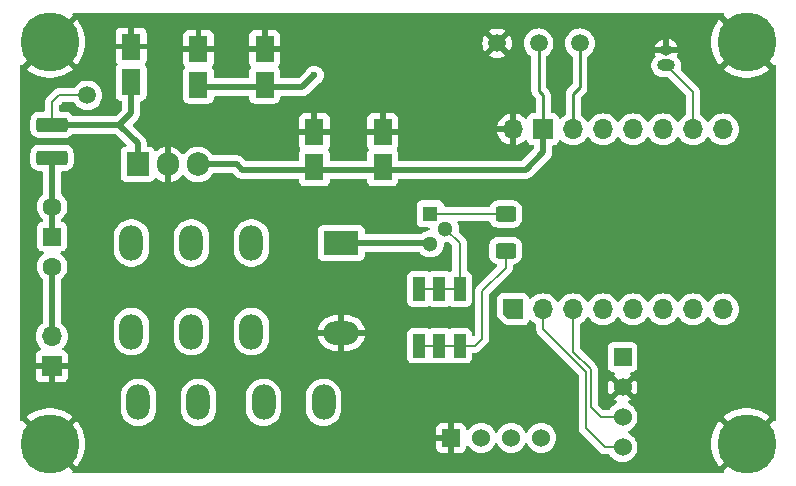
<source format=gbr>
%TF.GenerationSoftware,KiCad,Pcbnew,8.0.4*%
%TF.CreationDate,2024-07-28T00:02:18-04:00*%
%TF.ProjectId,ESP32-C3-WROOM-Node-Temperature,45535033-322d-4433-932d-57524f4f4d2d,rev?*%
%TF.SameCoordinates,Original*%
%TF.FileFunction,Copper,L1,Top*%
%TF.FilePolarity,Positive*%
%FSLAX46Y46*%
G04 Gerber Fmt 4.6, Leading zero omitted, Abs format (unit mm)*
G04 Created by KiCad (PCBNEW 8.0.4) date 2024-07-28 00:02:18*
%MOMM*%
%LPD*%
G01*
G04 APERTURE LIST*
G04 Aperture macros list*
%AMRoundRect*
0 Rectangle with rounded corners*
0 $1 Rounding radius*
0 $2 $3 $4 $5 $6 $7 $8 $9 X,Y pos of 4 corners*
0 Add a 4 corners polygon primitive as box body*
4,1,4,$2,$3,$4,$5,$6,$7,$8,$9,$2,$3,0*
0 Add four circle primitives for the rounded corners*
1,1,$1+$1,$2,$3*
1,1,$1+$1,$4,$5*
1,1,$1+$1,$6,$7*
1,1,$1+$1,$8,$9*
0 Add four rect primitives between the rounded corners*
20,1,$1+$1,$2,$3,$4,$5,0*
20,1,$1+$1,$4,$5,$6,$7,0*
20,1,$1+$1,$6,$7,$8,$9,0*
20,1,$1+$1,$8,$9,$2,$3,0*%
%AMOutline5P*
0 Free polygon, 5 corners , with rotation*
0 The origin of the aperture is its center*
0 number of corners: always 5*
0 $1 to $10 corner X, Y*
0 $11 Rotation angle, in degrees counterclockwise*
0 create outline with 5 corners*
4,1,5,$1,$2,$3,$4,$5,$6,$7,$8,$9,$10,$1,$2,$11*%
%AMOutline6P*
0 Free polygon, 6 corners , with rotation*
0 The origin of the aperture is its center*
0 number of corners: always 6*
0 $1 to $12 corner X, Y*
0 $13 Rotation angle, in degrees counterclockwise*
0 create outline with 6 corners*
4,1,6,$1,$2,$3,$4,$5,$6,$7,$8,$9,$10,$11,$12,$1,$2,$13*%
%AMOutline7P*
0 Free polygon, 7 corners , with rotation*
0 The origin of the aperture is its center*
0 number of corners: always 7*
0 $1 to $14 corner X, Y*
0 $15 Rotation angle, in degrees counterclockwise*
0 create outline with 7 corners*
4,1,7,$1,$2,$3,$4,$5,$6,$7,$8,$9,$10,$11,$12,$13,$14,$1,$2,$15*%
%AMOutline8P*
0 Free polygon, 8 corners , with rotation*
0 The origin of the aperture is its center*
0 number of corners: always 8*
0 $1 to $16 corner X, Y*
0 $17 Rotation angle, in degrees counterclockwise*
0 create outline with 8 corners*
4,1,8,$1,$2,$3,$4,$5,$6,$7,$8,$9,$10,$11,$12,$13,$14,$15,$16,$1,$2,$17*%
G04 Aperture macros list end*
%TA.AperFunction,SMDPad,CuDef*%
%ADD10R,1.600000X2.200000*%
%TD*%
%TA.AperFunction,ComponentPad*%
%ADD11R,1.300000X1.300000*%
%TD*%
%TA.AperFunction,ComponentPad*%
%ADD12C,1.300000*%
%TD*%
%TA.AperFunction,SMDPad,CuDef*%
%ADD13C,1.500000*%
%TD*%
%TA.AperFunction,ComponentPad*%
%ADD14O,2.000000X3.000000*%
%TD*%
%TA.AperFunction,ComponentPad*%
%ADD15R,1.524000X1.524000*%
%TD*%
%TA.AperFunction,ComponentPad*%
%ADD16C,1.524000*%
%TD*%
%TA.AperFunction,SMDPad,CuDef*%
%ADD17RoundRect,0.250000X-0.625000X0.400000X-0.625000X-0.400000X0.625000X-0.400000X0.625000X0.400000X0*%
%TD*%
%TA.AperFunction,ComponentPad*%
%ADD18R,1.700000X1.700000*%
%TD*%
%TA.AperFunction,ComponentPad*%
%ADD19O,1.700000X1.700000*%
%TD*%
%TA.AperFunction,SMDPad,CuDef*%
%ADD20R,1.100000X2.000000*%
%TD*%
%TA.AperFunction,ComponentPad*%
%ADD21Outline5P,-0.850000X0.425000X-0.425000X0.850000X0.850000X0.850000X0.850000X-0.850000X-0.850000X-0.850000X90.000000*%
%TD*%
%TA.AperFunction,ComponentPad*%
%ADD22C,5.000000*%
%TD*%
%TA.AperFunction,ComponentPad*%
%ADD23R,1.905000X2.000000*%
%TD*%
%TA.AperFunction,ComponentPad*%
%ADD24O,1.905000X2.000000*%
%TD*%
%TA.AperFunction,SMDPad,CuDef*%
%ADD25RoundRect,0.250000X-1.075000X0.375000X-1.075000X-0.375000X1.075000X-0.375000X1.075000X0.375000X0*%
%TD*%
%TA.AperFunction,ComponentPad*%
%ADD26R,3.000000X2.000000*%
%TD*%
%TA.AperFunction,ComponentPad*%
%ADD27O,3.000000X2.000000*%
%TD*%
%TA.AperFunction,ComponentPad*%
%ADD28O,1.500000X1.000000*%
%TD*%
%TA.AperFunction,ComponentPad*%
%ADD29O,1.000000X1.000000*%
%TD*%
%TA.AperFunction,ComponentPad*%
%ADD30R,1.500000X1.500000*%
%TD*%
%TA.AperFunction,ComponentPad*%
%ADD31C,1.600000*%
%TD*%
%TA.AperFunction,ViaPad*%
%ADD32C,0.600000*%
%TD*%
%TA.AperFunction,Conductor*%
%ADD33C,0.200000*%
%TD*%
%TA.AperFunction,Conductor*%
%ADD34C,0.500000*%
%TD*%
%TA.AperFunction,Conductor*%
%ADD35C,0.250000*%
%TD*%
G04 APERTURE END LIST*
D10*
%TO.P,C4,1*%
%TO.N,+3V3*%
X131800000Y-65900000D03*
%TO.P,C4,2*%
%TO.N,GND*%
X131800000Y-62900000D03*
%TD*%
D11*
%TO.P,Q1,1,C*%
%TO.N,+3V3*%
X145830000Y-76830000D03*
D12*
%TO.P,Q1,2,B*%
%TO.N,Net-(D1-AG)*%
X147100000Y-78100000D03*
%TO.P,Q1,3,E*%
%TO.N,Net-(Q1-E)*%
X145830000Y-79370000D03*
%TD*%
D13*
%TO.P,3V3,1,1*%
%TO.N,+3V3*%
X158500000Y-62400000D03*
%TD*%
D14*
%TO.P,J3,1,Pin_1*%
%TO.N,/NC*%
X136800000Y-92800000D03*
%TO.P,J3,2,Pin_2*%
%TO.N,/COM*%
X131720000Y-92800000D03*
%TD*%
D15*
%TO.P,J4,GND,GND*%
%TO.N,GND*%
X147600000Y-95800000D03*
D16*
%TO.P,J4,SCL,SCL*%
%TO.N,/SCL*%
X155220000Y-95800000D03*
%TO.P,J4,SDA,SDA*%
%TO.N,/SDA*%
X152680000Y-95800000D03*
%TO.P,J4,Vcc,VCC*%
%TO.N,+3V3*%
X150140000Y-95800000D03*
%TD*%
D13*
%TO.P,5V,1,1*%
%TO.N,+5V*%
X155000000Y-62400000D03*
%TD*%
D15*
%TO.P,U3,1,3V3*%
%TO.N,+3V3*%
X162100000Y-88960000D03*
D16*
%TO.P,U3,2,GND*%
%TO.N,GND*%
X162100000Y-91500000D03*
%TO.P,U3,3,SCL*%
%TO.N,/SCL*%
X162100000Y-94040000D03*
%TO.P,U3,4,SDA*%
%TO.N,/SDA*%
X162100000Y-96580000D03*
%TD*%
D17*
%TO.P,R4,1*%
%TO.N,+3V3*%
X152200000Y-76849999D03*
%TO.P,R4,2*%
%TO.N,Net-(D1-AB)*%
X152200000Y-79950001D03*
%TD*%
D18*
%TO.P,J1,1,Pin_1*%
%TO.N,GND*%
X113775000Y-89750000D03*
D19*
%TO.P,J1,2,Pin_2*%
%TO.N,Net-(J1-Pin_2)*%
X113775000Y-87210000D03*
%TD*%
D20*
%TO.P,D1,1,AB*%
%TO.N,Net-(D1-AB)*%
X144900000Y-88000000D03*
%TO.P,D1,2,KB*%
X146600000Y-88000000D03*
%TO.P,D1,3,AR*%
X148300000Y-88000000D03*
%TO.P,D1,4,KR*%
%TO.N,Net-(D1-AG)*%
X148300000Y-83200000D03*
%TO.P,D1,5,AG*%
X146600000Y-83200000D03*
%TO.P,D1,6,KR*%
X144900000Y-83200000D03*
%TD*%
D10*
%TO.P,C3,1*%
%TO.N,+5V*%
X136000000Y-72900000D03*
%TO.P,C3,2*%
%TO.N,GND*%
X136000000Y-69900000D03*
%TD*%
D21*
%TO.P,U1,1,GPIO5*%
%TO.N,unconnected-(U1-GPIO5-Pad1)*%
X152840000Y-84920000D03*
D19*
%TO.P,U1,2,GPIO6_SDA*%
%TO.N,/SDA*%
X155380000Y-84920000D03*
%TO.P,U1,3,GPIO7_SCL*%
%TO.N,/SCL*%
X157920000Y-84920000D03*
%TO.P,U1,4,GPIO8_SCK*%
%TO.N,unconnected-(U1-GPIO8_SCK-Pad4)*%
X160460000Y-84920000D03*
%TO.P,U1,5,GPIO9_MISO*%
%TO.N,unconnected-(U1-GPIO9_MISO-Pad5)*%
X163000000Y-84920000D03*
%TO.P,U1,6,GPIO_MOSI*%
%TO.N,/GPIO10*%
X165540000Y-84920000D03*
%TO.P,U1,7,GPIO20_Rx*%
%TO.N,unconnected-(U1-GPIO20_Rx-Pad7)*%
X168080000Y-84920000D03*
%TO.P,U1,8,GPIO21_Tx*%
%TO.N,unconnected-(U1-GPIO21_Tx-Pad8)*%
X170620000Y-84920000D03*
%TO.P,U1,9,GPIO0_ADC0*%
%TO.N,unconnected-(U1-GPIO0_ADC0-Pad9)*%
X170620000Y-69680000D03*
%TO.P,U1,10,GPIO1_ADC1*%
%TO.N,/ADC1*%
X168080000Y-69680000D03*
%TO.P,U1,11,GPIO2_D0*%
%TO.N,unconnected-(U1-GPIO2_D0-Pad11)*%
X165540000Y-69680000D03*
%TO.P,U1,12,GPIO3_D1*%
%TO.N,unconnected-(U1-GPIO3_D1-Pad12)*%
X163000000Y-69680000D03*
%TO.P,U1,13,GPIO4_D2*%
%TO.N,unconnected-(U1-GPIO4_D2-Pad13)*%
X160460000Y-69680000D03*
%TO.P,U1,14,3V3*%
%TO.N,+3V3*%
X157920000Y-69680000D03*
D18*
%TO.P,U1,15,5V*%
%TO.N,+5V*%
X155380000Y-69680000D03*
D19*
%TO.P,U1,16,GND*%
%TO.N,GND*%
X152840000Y-69680000D03*
%TD*%
D13*
%TO.P,GND,1,1*%
%TO.N,GND*%
X151500000Y-62400000D03*
%TD*%
D22*
%TO.P,H1,1,GND*%
%TO.N,GND*%
X113600000Y-62300000D03*
%TO.P,H1,2,GND*%
X113600000Y-96300000D03*
%TO.P,H1,3,GND*%
X172600000Y-96300000D03*
%TO.P,H1,4,GND*%
X172600000Y-62300000D03*
%TD*%
D23*
%TO.P,U4,1,IN*%
%TO.N,/Power Supply/VIN*%
X121060000Y-72645000D03*
D24*
%TO.P,U4,2,GND*%
%TO.N,GND*%
X123600000Y-72645000D03*
%TO.P,U4,3,OUT*%
%TO.N,+5V*%
X126140000Y-72645000D03*
%TD*%
D13*
%TO.P,TP1,1,1*%
%TO.N,/Power Supply/VIN*%
X116800000Y-66800000D03*
%TD*%
D10*
%TO.P,C2,1*%
%TO.N,+3V3*%
X126200000Y-65900000D03*
%TO.P,C2,2*%
%TO.N,GND*%
X126200000Y-62900000D03*
%TD*%
D25*
%TO.P,D2,1,K*%
%TO.N,/Power Supply/VIN*%
X113800000Y-69300000D03*
%TO.P,D2,2,A*%
%TO.N,/Power Supply/VDC*%
X113800000Y-72100000D03*
%TD*%
D14*
%TO.P,J2,1,Pin_1*%
%TO.N,/COM*%
X126200000Y-92800000D03*
%TO.P,J2,2,Pin_2*%
%TO.N,/NO*%
X121120000Y-92800000D03*
%TD*%
%TO.P,K1,11*%
%TO.N,/COM*%
X125600000Y-79300000D03*
%TO.P,K1,12*%
%TO.N,/NC*%
X130680000Y-79300000D03*
%TO.P,K1,14*%
%TO.N,/NO*%
X120520000Y-79300000D03*
%TO.P,K1,21*%
%TO.N,/COM*%
X125600000Y-86800000D03*
%TO.P,K1,22*%
%TO.N,/NC*%
X130680000Y-86800000D03*
%TO.P,K1,24*%
%TO.N,/NO*%
X120520000Y-86800000D03*
D26*
%TO.P,K1,A1*%
%TO.N,Net-(Q1-E)*%
X138300000Y-79300000D03*
D27*
%TO.P,K1,A2*%
%TO.N,GND*%
X138300000Y-86920000D03*
%TD*%
D10*
%TO.P,C6,1*%
%TO.N,+5V*%
X141800000Y-72900000D03*
%TO.P,C6,2*%
%TO.N,GND*%
X141800000Y-69900000D03*
%TD*%
D28*
%TO.P,R2,1*%
%TO.N,/ADC1*%
X165800000Y-64270000D03*
D29*
%TO.P,R2,2*%
%TO.N,GND*%
X165800000Y-63000000D03*
%TD*%
D10*
%TO.P,C1,1*%
%TO.N,/Power Supply/VIN*%
X120500000Y-65672600D03*
%TO.P,C1,2*%
%TO.N,GND*%
X120500000Y-62672600D03*
%TD*%
D30*
%TO.P,SW1,1,COM*%
%TO.N,/Power Supply/VDC*%
X113800000Y-78760000D03*
D31*
%TO.P,SW1,2,A*%
X113800000Y-76220000D03*
%TO.P,SW1,3,B*%
%TO.N,Net-(J1-Pin_2)*%
X113800000Y-81300000D03*
%TD*%
D32*
%TO.N,+3V3*%
X136000000Y-65100000D03*
%TD*%
D33*
%TO.N,/SDA*%
X160580000Y-96580000D02*
X159000000Y-95000000D01*
X159000000Y-95000000D02*
X159000000Y-90200000D01*
X162100000Y-96580000D02*
X160580000Y-96580000D01*
X155380000Y-86580000D02*
X155380000Y-84920000D01*
X159000000Y-90200000D02*
X155380000Y-86580000D01*
%TO.N,/SCL*%
X157920000Y-88520000D02*
X157920000Y-84920000D01*
X160240000Y-94040000D02*
X159400000Y-93200000D01*
X159400000Y-90000000D02*
X157920000Y-88520000D01*
X162100000Y-94040000D02*
X160240000Y-94040000D01*
X159400000Y-93200000D02*
X159400000Y-90000000D01*
%TO.N,Net-(Q1-E)*%
X145760000Y-79300000D02*
X145830000Y-79370000D01*
D34*
X138300000Y-79300000D02*
X145760000Y-79300000D01*
D33*
%TO.N,/ADC1*%
X168080000Y-66550000D02*
X165800000Y-64270000D01*
X168080000Y-69680000D02*
X168080000Y-66550000D01*
%TO.N,+3V3*%
X152180001Y-76830000D02*
X145830000Y-76830000D01*
D34*
X136000000Y-65100000D02*
X135000000Y-66100000D01*
D33*
X145860000Y-76800000D02*
X145830000Y-76830000D01*
D34*
X135000000Y-66100000D02*
X126200000Y-66100000D01*
D35*
X157920000Y-66680000D02*
X158500000Y-66100000D01*
X157920000Y-69680000D02*
X157920000Y-66680000D01*
D33*
X152200000Y-76849999D02*
X152180001Y-76830000D01*
D35*
X158500000Y-66100000D02*
X158500000Y-62400000D01*
D34*
%TO.N,/Power Supply/VIN*%
X121060000Y-70860000D02*
X121060000Y-72645000D01*
X119500000Y-69300000D02*
X120500000Y-68300000D01*
X119500000Y-69300000D02*
X121060000Y-70860000D01*
X113800000Y-69300000D02*
X119500000Y-69300000D01*
D33*
X114400000Y-66800000D02*
X113800000Y-67400000D01*
D34*
X120500000Y-68300000D02*
X120500000Y-65672600D01*
D33*
X116800000Y-66800000D02*
X114400000Y-66800000D01*
X113800000Y-67400000D02*
X113800000Y-69300000D01*
D34*
%TO.N,+5V*%
X136000000Y-73100000D02*
X129900000Y-73100000D01*
D35*
X155380000Y-66780000D02*
X155000000Y-66400000D01*
X155000000Y-66400000D02*
X155000000Y-62400000D01*
X155380000Y-69680000D02*
X155380000Y-66780000D01*
D34*
X153900000Y-73100000D02*
X141800000Y-73100000D01*
X129900000Y-73100000D02*
X129445000Y-72645000D01*
X155380000Y-69680000D02*
X155380000Y-71620000D01*
X141800000Y-73100000D02*
X136000000Y-73100000D01*
X155380000Y-71620000D02*
X153900000Y-73100000D01*
X129445000Y-72645000D02*
X126140000Y-72645000D01*
%TO.N,/Power Supply/VDC*%
X113800000Y-76220000D02*
X113800000Y-72100000D01*
X113800000Y-78760000D02*
X113800000Y-76220000D01*
D33*
%TO.N,Net-(J1-Pin_2)*%
X113775000Y-81325000D02*
X113800000Y-81300000D01*
D34*
X113775000Y-87210000D02*
X113775000Y-81325000D01*
D33*
%TO.N,Net-(D1-AG)*%
X148300000Y-79300000D02*
X148300000Y-83200000D01*
X148300000Y-83200000D02*
X146600000Y-83200000D01*
X147100000Y-78100000D02*
X148300000Y-79300000D01*
X146600000Y-83200000D02*
X144900000Y-83200000D01*
%TO.N,Net-(D1-AB)*%
X152200000Y-81400000D02*
X152200000Y-79950001D01*
X150200000Y-83400000D02*
X150200000Y-87400000D01*
X150200000Y-87400000D02*
X149600000Y-88000000D01*
X150200000Y-83400000D02*
X152200000Y-81400000D01*
X149600000Y-88000000D02*
X144900000Y-88000000D01*
%TD*%
%TA.AperFunction,Conductor*%
%TO.N,GND*%
G36*
X170637967Y-59820185D02*
G01*
X170683722Y-59872989D01*
X170693666Y-59942147D01*
X170664641Y-60005703D01*
X170662899Y-60007416D01*
X170662818Y-60009265D01*
X171730893Y-61077340D01*
X171622816Y-61155864D01*
X171455864Y-61322816D01*
X171377340Y-61430893D01*
X170306148Y-60359701D01*
X170306147Y-60359702D01*
X170297976Y-60368363D01*
X170297972Y-60368368D01*
X170089289Y-60648677D01*
X169914561Y-60951316D01*
X169914555Y-60951329D01*
X169776145Y-61272199D01*
X169675916Y-61606988D01*
X169675914Y-61606997D01*
X169615236Y-61951119D01*
X169615235Y-61951130D01*
X169594916Y-62299996D01*
X169594916Y-62300003D01*
X169615235Y-62648869D01*
X169615236Y-62648880D01*
X169675914Y-62993002D01*
X169675916Y-62993011D01*
X169776145Y-63327800D01*
X169914555Y-63648670D01*
X169914561Y-63648683D01*
X170089289Y-63951322D01*
X170297967Y-64231625D01*
X170306148Y-64240296D01*
X171377340Y-63169105D01*
X171455864Y-63277184D01*
X171622816Y-63444136D01*
X171730893Y-63522658D01*
X170662818Y-64590733D01*
X170662819Y-64590734D01*
X170805484Y-64710445D01*
X171097461Y-64902480D01*
X171409739Y-65059314D01*
X171409745Y-65059316D01*
X171738130Y-65178838D01*
X171738133Y-65178839D01*
X172078171Y-65259429D01*
X172425276Y-65299999D01*
X172425277Y-65300000D01*
X172774723Y-65300000D01*
X172774723Y-65299999D01*
X173121827Y-65259429D01*
X173121829Y-65259429D01*
X173461866Y-65178839D01*
X173461869Y-65178838D01*
X173790254Y-65059316D01*
X173790260Y-65059314D01*
X174102538Y-64902480D01*
X174394509Y-64710449D01*
X174394510Y-64710448D01*
X174537179Y-64590734D01*
X174537180Y-64590733D01*
X173469106Y-63522658D01*
X173577184Y-63444136D01*
X173744136Y-63277184D01*
X173822659Y-63169106D01*
X174893850Y-64240297D01*
X174900977Y-64240193D01*
X174945636Y-64214097D01*
X175015443Y-64217056D01*
X175072568Y-64257287D01*
X175098875Y-64322015D01*
X175099500Y-64334447D01*
X175099500Y-94265550D01*
X175079815Y-94332589D01*
X175027011Y-94378344D01*
X174957853Y-94388288D01*
X174895304Y-94359723D01*
X174893851Y-94359701D01*
X173822658Y-95430893D01*
X173744136Y-95322816D01*
X173577184Y-95155864D01*
X173469105Y-95077340D01*
X174537180Y-94009265D01*
X174537179Y-94009264D01*
X174394519Y-93889557D01*
X174102538Y-93697519D01*
X173790260Y-93540685D01*
X173790254Y-93540683D01*
X173461869Y-93421161D01*
X173461866Y-93421160D01*
X173121828Y-93340570D01*
X172774723Y-93300000D01*
X172425277Y-93300000D01*
X172078172Y-93340570D01*
X172078170Y-93340570D01*
X171738133Y-93421160D01*
X171738130Y-93421161D01*
X171409745Y-93540683D01*
X171409739Y-93540685D01*
X171097461Y-93697519D01*
X170805480Y-93889557D01*
X170662819Y-94009264D01*
X170662818Y-94009265D01*
X171730894Y-95077340D01*
X171622816Y-95155864D01*
X171455864Y-95322816D01*
X171377340Y-95430893D01*
X170306148Y-94359701D01*
X170306147Y-94359702D01*
X170297976Y-94368363D01*
X170297972Y-94368368D01*
X170089289Y-94648677D01*
X169914561Y-94951316D01*
X169914555Y-94951329D01*
X169776145Y-95272199D01*
X169675916Y-95606988D01*
X169675914Y-95606997D01*
X169615236Y-95951119D01*
X169615235Y-95951130D01*
X169594916Y-96299996D01*
X169594916Y-96300003D01*
X169615235Y-96648869D01*
X169615236Y-96648880D01*
X169675914Y-96993002D01*
X169675916Y-96993011D01*
X169776145Y-97327800D01*
X169914555Y-97648670D01*
X169914561Y-97648683D01*
X170089289Y-97951322D01*
X170297967Y-98231625D01*
X170306148Y-98240296D01*
X171377340Y-97169105D01*
X171455864Y-97277184D01*
X171622816Y-97444136D01*
X171730893Y-97522658D01*
X170662818Y-98590733D01*
X170663197Y-98599391D01*
X170689337Y-98638683D01*
X170690445Y-98708544D01*
X170653607Y-98767914D01*
X170590520Y-98797943D01*
X170570929Y-98799500D01*
X115629070Y-98799500D01*
X115562031Y-98779815D01*
X115516276Y-98727011D01*
X115506332Y-98657853D01*
X115535357Y-98594297D01*
X115537099Y-98592582D01*
X115537180Y-98590733D01*
X114469106Y-97522659D01*
X114577184Y-97444136D01*
X114744136Y-97277184D01*
X114822658Y-97169106D01*
X115893849Y-98240297D01*
X115893851Y-98240296D01*
X115902022Y-98231636D01*
X115902033Y-98231623D01*
X116110710Y-97951322D01*
X116285438Y-97648683D01*
X116285444Y-97648670D01*
X116423854Y-97327800D01*
X116524083Y-96993011D01*
X116524085Y-96993002D01*
X116584763Y-96648880D01*
X116584764Y-96648869D01*
X116605084Y-96300003D01*
X116605084Y-96299996D01*
X116584764Y-95951130D01*
X116584763Y-95951119D01*
X116524085Y-95606997D01*
X116524083Y-95606988D01*
X116423854Y-95272199D01*
X116302192Y-94990155D01*
X146338000Y-94990155D01*
X146338000Y-95550000D01*
X147311184Y-95550000D01*
X147295124Y-95566060D01*
X147244964Y-95652939D01*
X147219000Y-95749840D01*
X147219000Y-95850160D01*
X147244964Y-95947061D01*
X147295124Y-96033940D01*
X147311184Y-96050000D01*
X146338000Y-96050000D01*
X146338000Y-96609844D01*
X146344401Y-96669372D01*
X146344403Y-96669379D01*
X146394645Y-96804086D01*
X146394649Y-96804093D01*
X146480809Y-96919187D01*
X146480812Y-96919190D01*
X146595906Y-97005350D01*
X146595913Y-97005354D01*
X146730620Y-97055596D01*
X146730627Y-97055598D01*
X146790155Y-97061999D01*
X146790172Y-97062000D01*
X147350000Y-97062000D01*
X147350000Y-96088816D01*
X147366060Y-96104876D01*
X147452939Y-96155036D01*
X147549840Y-96181000D01*
X147650160Y-96181000D01*
X147747061Y-96155036D01*
X147833940Y-96104876D01*
X147850000Y-96088816D01*
X147850000Y-97062000D01*
X148409828Y-97062000D01*
X148409844Y-97061999D01*
X148469372Y-97055598D01*
X148469379Y-97055596D01*
X148604086Y-97005354D01*
X148604093Y-97005350D01*
X148719187Y-96919190D01*
X148719190Y-96919187D01*
X148805350Y-96804093D01*
X148805354Y-96804086D01*
X148855596Y-96669379D01*
X148855598Y-96669372D01*
X148861999Y-96609844D01*
X148862000Y-96609827D01*
X148862000Y-96569207D01*
X148881685Y-96502168D01*
X148934489Y-96456413D01*
X149003647Y-96446469D01*
X149067203Y-96475494D01*
X149087573Y-96498082D01*
X149117264Y-96540485D01*
X149169170Y-96614615D01*
X149169175Y-96614621D01*
X149325378Y-96770824D01*
X149325384Y-96770829D01*
X149506333Y-96897531D01*
X149506335Y-96897532D01*
X149506338Y-96897534D01*
X149706550Y-96990894D01*
X149919932Y-97048070D01*
X150077123Y-97061822D01*
X150139998Y-97067323D01*
X150140000Y-97067323D01*
X150140002Y-97067323D01*
X150195017Y-97062509D01*
X150360068Y-97048070D01*
X150573450Y-96990894D01*
X150773662Y-96897534D01*
X150954620Y-96770826D01*
X151110826Y-96614620D01*
X151237534Y-96433662D01*
X151297618Y-96304811D01*
X151343790Y-96252371D01*
X151410983Y-96233219D01*
X151477865Y-96253435D01*
X151522382Y-96304811D01*
X151582464Y-96433658D01*
X151582468Y-96433666D01*
X151709170Y-96614615D01*
X151709175Y-96614621D01*
X151865378Y-96770824D01*
X151865384Y-96770829D01*
X152046333Y-96897531D01*
X152046335Y-96897532D01*
X152046338Y-96897534D01*
X152246550Y-96990894D01*
X152459932Y-97048070D01*
X152617123Y-97061822D01*
X152679998Y-97067323D01*
X152680000Y-97067323D01*
X152680002Y-97067323D01*
X152735017Y-97062509D01*
X152900068Y-97048070D01*
X153113450Y-96990894D01*
X153313662Y-96897534D01*
X153494620Y-96770826D01*
X153650826Y-96614620D01*
X153777534Y-96433662D01*
X153837618Y-96304811D01*
X153883790Y-96252371D01*
X153950983Y-96233219D01*
X154017865Y-96253435D01*
X154062382Y-96304811D01*
X154122464Y-96433658D01*
X154122468Y-96433666D01*
X154249170Y-96614615D01*
X154249175Y-96614621D01*
X154405378Y-96770824D01*
X154405384Y-96770829D01*
X154586333Y-96897531D01*
X154586335Y-96897532D01*
X154586338Y-96897534D01*
X154786550Y-96990894D01*
X154999932Y-97048070D01*
X155157123Y-97061822D01*
X155219998Y-97067323D01*
X155220000Y-97067323D01*
X155220002Y-97067323D01*
X155275017Y-97062509D01*
X155440068Y-97048070D01*
X155653450Y-96990894D01*
X155853662Y-96897534D01*
X156034620Y-96770826D01*
X156190826Y-96614620D01*
X156317534Y-96433662D01*
X156410894Y-96233450D01*
X156468070Y-96020068D01*
X156487323Y-95800000D01*
X156468070Y-95579932D01*
X156410894Y-95366550D01*
X156317534Y-95166339D01*
X156213026Y-95017085D01*
X156190827Y-94985381D01*
X156115342Y-94909896D01*
X156034620Y-94829174D01*
X156034616Y-94829171D01*
X156034615Y-94829170D01*
X155853666Y-94702468D01*
X155853662Y-94702466D01*
X155834170Y-94693377D01*
X155653450Y-94609106D01*
X155653447Y-94609105D01*
X155653445Y-94609104D01*
X155440070Y-94551930D01*
X155440062Y-94551929D01*
X155220002Y-94532677D01*
X155219998Y-94532677D01*
X154999937Y-94551929D01*
X154999929Y-94551930D01*
X154786554Y-94609104D01*
X154786548Y-94609107D01*
X154586340Y-94702465D01*
X154586338Y-94702466D01*
X154405377Y-94829175D01*
X154249175Y-94985377D01*
X154122466Y-95166338D01*
X154122465Y-95166340D01*
X154062382Y-95295189D01*
X154016209Y-95347628D01*
X153949016Y-95366780D01*
X153882135Y-95346564D01*
X153837618Y-95295189D01*
X153808052Y-95231785D01*
X153777534Y-95166339D01*
X153673026Y-95017085D01*
X153650827Y-94985381D01*
X153575342Y-94909896D01*
X153494620Y-94829174D01*
X153494616Y-94829171D01*
X153494615Y-94829170D01*
X153313666Y-94702468D01*
X153313662Y-94702466D01*
X153294170Y-94693377D01*
X153113450Y-94609106D01*
X153113447Y-94609105D01*
X153113445Y-94609104D01*
X152900070Y-94551930D01*
X152900062Y-94551929D01*
X152680002Y-94532677D01*
X152679998Y-94532677D01*
X152459937Y-94551929D01*
X152459929Y-94551930D01*
X152246554Y-94609104D01*
X152246548Y-94609107D01*
X152046340Y-94702465D01*
X152046338Y-94702466D01*
X151865377Y-94829175D01*
X151709175Y-94985377D01*
X151582466Y-95166338D01*
X151582465Y-95166340D01*
X151522382Y-95295189D01*
X151476209Y-95347628D01*
X151409016Y-95366780D01*
X151342135Y-95346564D01*
X151297618Y-95295189D01*
X151268052Y-95231785D01*
X151237534Y-95166339D01*
X151133026Y-95017085D01*
X151110827Y-94985381D01*
X151035342Y-94909896D01*
X150954620Y-94829174D01*
X150954616Y-94829171D01*
X150954615Y-94829170D01*
X150773666Y-94702468D01*
X150773662Y-94702466D01*
X150754170Y-94693377D01*
X150573450Y-94609106D01*
X150573447Y-94609105D01*
X150573445Y-94609104D01*
X150360070Y-94551930D01*
X150360062Y-94551929D01*
X150140002Y-94532677D01*
X150139998Y-94532677D01*
X149919937Y-94551929D01*
X149919929Y-94551930D01*
X149706554Y-94609104D01*
X149706548Y-94609107D01*
X149506340Y-94702465D01*
X149506338Y-94702466D01*
X149325377Y-94829175D01*
X149169175Y-94985377D01*
X149087575Y-95101916D01*
X149032998Y-95145541D01*
X148963500Y-95152735D01*
X148901145Y-95121212D01*
X148865731Y-95060983D01*
X148862000Y-95030793D01*
X148862000Y-94990172D01*
X148861999Y-94990155D01*
X148855598Y-94930627D01*
X148855596Y-94930620D01*
X148805354Y-94795913D01*
X148805350Y-94795906D01*
X148719190Y-94680812D01*
X148719187Y-94680809D01*
X148604093Y-94594649D01*
X148604086Y-94594645D01*
X148469379Y-94544403D01*
X148469372Y-94544401D01*
X148409844Y-94538000D01*
X147850000Y-94538000D01*
X147850000Y-95511184D01*
X147833940Y-95495124D01*
X147747061Y-95444964D01*
X147650160Y-95419000D01*
X147549840Y-95419000D01*
X147452939Y-95444964D01*
X147366060Y-95495124D01*
X147350000Y-95511184D01*
X147350000Y-94538000D01*
X146790155Y-94538000D01*
X146730627Y-94544401D01*
X146730620Y-94544403D01*
X146595913Y-94594645D01*
X146595906Y-94594649D01*
X146480812Y-94680809D01*
X146480809Y-94680812D01*
X146394649Y-94795906D01*
X146394645Y-94795913D01*
X146344403Y-94930620D01*
X146344401Y-94930627D01*
X146338000Y-94990155D01*
X116302192Y-94990155D01*
X116285444Y-94951329D01*
X116285438Y-94951316D01*
X116110710Y-94648677D01*
X115902032Y-94368374D01*
X115893850Y-94359702D01*
X114822658Y-95430893D01*
X114744136Y-95322816D01*
X114577184Y-95155864D01*
X114469105Y-95077340D01*
X115537180Y-94009265D01*
X115537179Y-94009264D01*
X115394519Y-93889557D01*
X115102538Y-93697519D01*
X114790260Y-93540685D01*
X114790254Y-93540683D01*
X114461869Y-93421161D01*
X114461866Y-93421160D01*
X114121828Y-93340570D01*
X113774723Y-93300000D01*
X113425277Y-93300000D01*
X113078172Y-93340570D01*
X113078170Y-93340570D01*
X112738133Y-93421160D01*
X112738130Y-93421161D01*
X112409745Y-93540683D01*
X112409739Y-93540685D01*
X112097461Y-93697519D01*
X111805480Y-93889557D01*
X111662819Y-94009264D01*
X111662818Y-94009265D01*
X112730894Y-95077340D01*
X112622816Y-95155864D01*
X112455864Y-95322816D01*
X112377340Y-95430893D01*
X111306148Y-94359701D01*
X111299012Y-94359806D01*
X111254376Y-94385895D01*
X111184569Y-94382943D01*
X111127439Y-94342718D01*
X111101126Y-94277993D01*
X111100500Y-94265548D01*
X111100500Y-92181902D01*
X119619500Y-92181902D01*
X119619500Y-93418097D01*
X119656446Y-93651368D01*
X119729433Y-93875996D01*
X119812998Y-94040000D01*
X119836657Y-94086433D01*
X119975483Y-94277510D01*
X120142490Y-94444517D01*
X120333567Y-94583343D01*
X120384126Y-94609104D01*
X120544003Y-94690566D01*
X120544005Y-94690566D01*
X120544008Y-94690568D01*
X120664412Y-94729689D01*
X120768631Y-94763553D01*
X121001903Y-94800500D01*
X121001908Y-94800500D01*
X121238097Y-94800500D01*
X121471368Y-94763553D01*
X121509186Y-94751265D01*
X121695992Y-94690568D01*
X121906433Y-94583343D01*
X122097510Y-94444517D01*
X122264517Y-94277510D01*
X122403343Y-94086433D01*
X122510568Y-93875992D01*
X122583553Y-93651368D01*
X122590651Y-93606554D01*
X122620500Y-93418097D01*
X122620500Y-92181902D01*
X124699500Y-92181902D01*
X124699500Y-93418097D01*
X124736446Y-93651368D01*
X124809433Y-93875996D01*
X124892998Y-94040000D01*
X124916657Y-94086433D01*
X125055483Y-94277510D01*
X125222490Y-94444517D01*
X125413567Y-94583343D01*
X125464126Y-94609104D01*
X125624003Y-94690566D01*
X125624005Y-94690566D01*
X125624008Y-94690568D01*
X125744412Y-94729689D01*
X125848631Y-94763553D01*
X126081903Y-94800500D01*
X126081908Y-94800500D01*
X126318097Y-94800500D01*
X126551368Y-94763553D01*
X126589186Y-94751265D01*
X126775992Y-94690568D01*
X126986433Y-94583343D01*
X127177510Y-94444517D01*
X127344517Y-94277510D01*
X127483343Y-94086433D01*
X127590568Y-93875992D01*
X127663553Y-93651368D01*
X127670651Y-93606554D01*
X127700500Y-93418097D01*
X127700500Y-92181902D01*
X130219500Y-92181902D01*
X130219500Y-93418097D01*
X130256446Y-93651368D01*
X130329433Y-93875996D01*
X130412998Y-94040000D01*
X130436657Y-94086433D01*
X130575483Y-94277510D01*
X130742490Y-94444517D01*
X130933567Y-94583343D01*
X130984126Y-94609104D01*
X131144003Y-94690566D01*
X131144005Y-94690566D01*
X131144008Y-94690568D01*
X131264412Y-94729689D01*
X131368631Y-94763553D01*
X131601903Y-94800500D01*
X131601908Y-94800500D01*
X131838097Y-94800500D01*
X132071368Y-94763553D01*
X132109186Y-94751265D01*
X132295992Y-94690568D01*
X132506433Y-94583343D01*
X132697510Y-94444517D01*
X132864517Y-94277510D01*
X133003343Y-94086433D01*
X133110568Y-93875992D01*
X133183553Y-93651368D01*
X133190651Y-93606554D01*
X133220500Y-93418097D01*
X133220500Y-92181902D01*
X135299500Y-92181902D01*
X135299500Y-93418097D01*
X135336446Y-93651368D01*
X135409433Y-93875996D01*
X135492998Y-94040000D01*
X135516657Y-94086433D01*
X135655483Y-94277510D01*
X135822490Y-94444517D01*
X136013567Y-94583343D01*
X136064126Y-94609104D01*
X136224003Y-94690566D01*
X136224005Y-94690566D01*
X136224008Y-94690568D01*
X136344412Y-94729689D01*
X136448631Y-94763553D01*
X136681903Y-94800500D01*
X136681908Y-94800500D01*
X136918097Y-94800500D01*
X137151368Y-94763553D01*
X137189186Y-94751265D01*
X137375992Y-94690568D01*
X137586433Y-94583343D01*
X137777510Y-94444517D01*
X137944517Y-94277510D01*
X138083343Y-94086433D01*
X138190568Y-93875992D01*
X138263553Y-93651368D01*
X138270651Y-93606554D01*
X138300500Y-93418097D01*
X138300500Y-92181902D01*
X138263553Y-91948631D01*
X138190566Y-91724003D01*
X138083342Y-91513566D01*
X138037042Y-91449840D01*
X137944517Y-91322490D01*
X137777510Y-91155483D01*
X137586433Y-91016657D01*
X137375996Y-90909433D01*
X137151368Y-90836446D01*
X136918097Y-90799500D01*
X136918092Y-90799500D01*
X136681908Y-90799500D01*
X136681903Y-90799500D01*
X136448631Y-90836446D01*
X136224003Y-90909433D01*
X136013566Y-91016657D01*
X135944661Y-91066720D01*
X135822490Y-91155483D01*
X135822488Y-91155485D01*
X135822487Y-91155485D01*
X135655485Y-91322487D01*
X135655485Y-91322488D01*
X135655483Y-91322490D01*
X135595862Y-91404550D01*
X135516657Y-91513566D01*
X135409433Y-91724003D01*
X135336446Y-91948631D01*
X135299500Y-92181902D01*
X133220500Y-92181902D01*
X133183553Y-91948631D01*
X133110566Y-91724003D01*
X133003342Y-91513566D01*
X132957042Y-91449840D01*
X132864517Y-91322490D01*
X132697510Y-91155483D01*
X132506433Y-91016657D01*
X132295996Y-90909433D01*
X132071368Y-90836446D01*
X131838097Y-90799500D01*
X131838092Y-90799500D01*
X131601908Y-90799500D01*
X131601903Y-90799500D01*
X131368631Y-90836446D01*
X131144003Y-90909433D01*
X130933566Y-91016657D01*
X130864661Y-91066720D01*
X130742490Y-91155483D01*
X130742488Y-91155485D01*
X130742487Y-91155485D01*
X130575485Y-91322487D01*
X130575485Y-91322488D01*
X130575483Y-91322490D01*
X130515862Y-91404550D01*
X130436657Y-91513566D01*
X130329433Y-91724003D01*
X130256446Y-91948631D01*
X130219500Y-92181902D01*
X127700500Y-92181902D01*
X127663553Y-91948631D01*
X127590566Y-91724003D01*
X127483342Y-91513566D01*
X127437042Y-91449840D01*
X127344517Y-91322490D01*
X127177510Y-91155483D01*
X126986433Y-91016657D01*
X126775996Y-90909433D01*
X126551368Y-90836446D01*
X126318097Y-90799500D01*
X126318092Y-90799500D01*
X126081908Y-90799500D01*
X126081903Y-90799500D01*
X125848631Y-90836446D01*
X125624003Y-90909433D01*
X125413566Y-91016657D01*
X125344661Y-91066720D01*
X125222490Y-91155483D01*
X125222488Y-91155485D01*
X125222487Y-91155485D01*
X125055485Y-91322487D01*
X125055485Y-91322488D01*
X125055483Y-91322490D01*
X124995862Y-91404550D01*
X124916657Y-91513566D01*
X124809433Y-91724003D01*
X124736446Y-91948631D01*
X124699500Y-92181902D01*
X122620500Y-92181902D01*
X122583553Y-91948631D01*
X122510566Y-91724003D01*
X122403342Y-91513566D01*
X122357042Y-91449840D01*
X122264517Y-91322490D01*
X122097510Y-91155483D01*
X121906433Y-91016657D01*
X121695996Y-90909433D01*
X121471368Y-90836446D01*
X121238097Y-90799500D01*
X121238092Y-90799500D01*
X121001908Y-90799500D01*
X121001903Y-90799500D01*
X120768631Y-90836446D01*
X120544003Y-90909433D01*
X120333566Y-91016657D01*
X120264661Y-91066720D01*
X120142490Y-91155483D01*
X120142488Y-91155485D01*
X120142487Y-91155485D01*
X119975485Y-91322487D01*
X119975485Y-91322488D01*
X119975483Y-91322490D01*
X119915862Y-91404550D01*
X119836657Y-91513566D01*
X119729433Y-91724003D01*
X119656446Y-91948631D01*
X119619500Y-92181902D01*
X111100500Y-92181902D01*
X111100500Y-71674983D01*
X111974500Y-71674983D01*
X111974500Y-72525001D01*
X111974501Y-72525019D01*
X111985000Y-72627796D01*
X111985001Y-72627799D01*
X112040185Y-72794331D01*
X112040186Y-72794334D01*
X112132288Y-72943656D01*
X112256344Y-73067712D01*
X112405666Y-73159814D01*
X112572203Y-73214999D01*
X112674991Y-73225500D01*
X112925501Y-73225499D01*
X112992539Y-73245183D01*
X113038294Y-73297987D01*
X113049500Y-73349499D01*
X113049500Y-75093336D01*
X113029815Y-75160375D01*
X112996625Y-75194910D01*
X112960863Y-75219951D01*
X112799951Y-75380862D01*
X112669432Y-75567265D01*
X112669431Y-75567267D01*
X112573261Y-75773502D01*
X112573258Y-75773511D01*
X112514366Y-75993302D01*
X112514364Y-75993313D01*
X112494532Y-76219998D01*
X112494532Y-76220001D01*
X112514364Y-76446686D01*
X112514366Y-76446697D01*
X112573258Y-76666488D01*
X112573261Y-76666497D01*
X112669431Y-76872732D01*
X112669432Y-76872734D01*
X112799954Y-77059141D01*
X112960859Y-77220046D01*
X112996621Y-77245086D01*
X113040247Y-77299662D01*
X113049500Y-77346662D01*
X113049500Y-77393023D01*
X113029815Y-77460062D01*
X112977011Y-77505817D01*
X112949865Y-77513266D01*
X112950068Y-77514124D01*
X112942520Y-77515907D01*
X112807671Y-77566202D01*
X112807664Y-77566206D01*
X112692455Y-77652452D01*
X112692452Y-77652455D01*
X112606206Y-77767664D01*
X112606202Y-77767671D01*
X112555908Y-77902517D01*
X112551615Y-77942452D01*
X112549501Y-77962123D01*
X112549500Y-77962135D01*
X112549500Y-79557870D01*
X112549501Y-79557876D01*
X112555908Y-79617483D01*
X112606202Y-79752328D01*
X112606206Y-79752335D01*
X112692452Y-79867544D01*
X112692455Y-79867547D01*
X112807664Y-79953793D01*
X112807671Y-79953797D01*
X112852618Y-79970561D01*
X112942517Y-80004091D01*
X112996157Y-80009858D01*
X113060703Y-80036594D01*
X113100552Y-80093986D01*
X113103047Y-80163811D01*
X113067395Y-80223900D01*
X113054022Y-80234721D01*
X112960856Y-80299956D01*
X112799954Y-80460858D01*
X112669432Y-80647265D01*
X112669431Y-80647267D01*
X112573261Y-80853502D01*
X112573258Y-80853511D01*
X112514366Y-81073302D01*
X112514364Y-81073313D01*
X112494532Y-81299998D01*
X112494532Y-81300001D01*
X112514364Y-81526686D01*
X112514366Y-81526697D01*
X112573258Y-81746488D01*
X112573261Y-81746497D01*
X112669431Y-81952732D01*
X112669432Y-81952734D01*
X112799954Y-82139141D01*
X112960857Y-82300044D01*
X112960860Y-82300046D01*
X112960861Y-82300047D01*
X112971620Y-82307580D01*
X113015246Y-82362154D01*
X113024500Y-82409157D01*
X113024500Y-86022298D01*
X113004815Y-86089337D01*
X112971625Y-86123872D01*
X112903595Y-86171507D01*
X112736505Y-86338597D01*
X112600965Y-86532169D01*
X112600964Y-86532171D01*
X112501098Y-86746335D01*
X112501094Y-86746344D01*
X112439938Y-86974586D01*
X112439936Y-86974596D01*
X112419341Y-87209999D01*
X112419341Y-87210000D01*
X112439936Y-87445403D01*
X112439938Y-87445413D01*
X112501094Y-87673655D01*
X112501097Y-87673663D01*
X112600965Y-87887830D01*
X112600967Y-87887834D01*
X112709281Y-88042521D01*
X112736501Y-88081396D01*
X112736506Y-88081402D01*
X112858818Y-88203714D01*
X112892303Y-88265037D01*
X112887319Y-88334729D01*
X112845447Y-88390662D01*
X112814471Y-88407577D01*
X112682912Y-88456646D01*
X112682906Y-88456649D01*
X112567812Y-88542809D01*
X112567809Y-88542812D01*
X112481649Y-88657906D01*
X112481645Y-88657913D01*
X112431403Y-88792620D01*
X112431401Y-88792627D01*
X112425000Y-88852155D01*
X112425000Y-89500000D01*
X113341988Y-89500000D01*
X113309075Y-89557007D01*
X113275000Y-89684174D01*
X113275000Y-89815826D01*
X113309075Y-89942993D01*
X113341988Y-90000000D01*
X112425000Y-90000000D01*
X112425000Y-90647844D01*
X112431401Y-90707372D01*
X112431403Y-90707379D01*
X112481645Y-90842086D01*
X112481649Y-90842093D01*
X112567809Y-90957187D01*
X112567812Y-90957190D01*
X112682906Y-91043350D01*
X112682913Y-91043354D01*
X112817620Y-91093596D01*
X112817627Y-91093598D01*
X112877155Y-91099999D01*
X112877172Y-91100000D01*
X113525000Y-91100000D01*
X113525000Y-90183012D01*
X113582007Y-90215925D01*
X113709174Y-90250000D01*
X113840826Y-90250000D01*
X113967993Y-90215925D01*
X114025000Y-90183012D01*
X114025000Y-91100000D01*
X114672828Y-91100000D01*
X114672844Y-91099999D01*
X114732372Y-91093598D01*
X114732379Y-91093596D01*
X114867086Y-91043354D01*
X114867093Y-91043350D01*
X114982187Y-90957190D01*
X114982190Y-90957187D01*
X115068350Y-90842093D01*
X115068354Y-90842086D01*
X115118596Y-90707379D01*
X115118598Y-90707372D01*
X115124999Y-90647844D01*
X115125000Y-90647827D01*
X115125000Y-90000000D01*
X114208012Y-90000000D01*
X114240925Y-89942993D01*
X114275000Y-89815826D01*
X114275000Y-89684174D01*
X114240925Y-89557007D01*
X114208012Y-89500000D01*
X115125000Y-89500000D01*
X115125000Y-88852172D01*
X115124999Y-88852155D01*
X115118598Y-88792627D01*
X115118596Y-88792620D01*
X115068354Y-88657913D01*
X115068350Y-88657906D01*
X114982190Y-88542812D01*
X114982187Y-88542809D01*
X114867093Y-88456649D01*
X114867088Y-88456646D01*
X114735528Y-88407577D01*
X114679595Y-88365705D01*
X114655178Y-88300241D01*
X114670030Y-88231968D01*
X114691175Y-88203720D01*
X114813495Y-88081401D01*
X114949035Y-87887830D01*
X115048903Y-87673663D01*
X115110063Y-87445408D01*
X115130659Y-87210000D01*
X115110063Y-86974592D01*
X115048903Y-86746337D01*
X114949035Y-86532171D01*
X114940444Y-86519901D01*
X114813494Y-86338597D01*
X114656799Y-86181902D01*
X119019500Y-86181902D01*
X119019500Y-87418097D01*
X119056446Y-87651368D01*
X119129433Y-87875996D01*
X119234093Y-88081401D01*
X119236657Y-88086433D01*
X119375483Y-88277510D01*
X119542490Y-88444517D01*
X119733567Y-88583343D01*
X119789233Y-88611706D01*
X119944003Y-88690566D01*
X119944005Y-88690566D01*
X119944008Y-88690568D01*
X120048440Y-88724500D01*
X120168631Y-88763553D01*
X120401903Y-88800500D01*
X120401908Y-88800500D01*
X120638097Y-88800500D01*
X120871368Y-88763553D01*
X121095992Y-88690568D01*
X121306433Y-88583343D01*
X121497510Y-88444517D01*
X121664517Y-88277510D01*
X121803343Y-88086433D01*
X121910568Y-87875992D01*
X121983553Y-87651368D01*
X122020500Y-87418097D01*
X122020500Y-86181902D01*
X124099500Y-86181902D01*
X124099500Y-87418097D01*
X124136446Y-87651368D01*
X124209433Y-87875996D01*
X124314093Y-88081401D01*
X124316657Y-88086433D01*
X124455483Y-88277510D01*
X124622490Y-88444517D01*
X124813567Y-88583343D01*
X124869233Y-88611706D01*
X125024003Y-88690566D01*
X125024005Y-88690566D01*
X125024008Y-88690568D01*
X125128440Y-88724500D01*
X125248631Y-88763553D01*
X125481903Y-88800500D01*
X125481908Y-88800500D01*
X125718097Y-88800500D01*
X125951368Y-88763553D01*
X126175992Y-88690568D01*
X126386433Y-88583343D01*
X126577510Y-88444517D01*
X126744517Y-88277510D01*
X126883343Y-88086433D01*
X126990568Y-87875992D01*
X127063553Y-87651368D01*
X127100500Y-87418097D01*
X127100500Y-86181902D01*
X129179500Y-86181902D01*
X129179500Y-87418097D01*
X129216446Y-87651368D01*
X129289433Y-87875996D01*
X129394093Y-88081401D01*
X129396657Y-88086433D01*
X129535483Y-88277510D01*
X129702490Y-88444517D01*
X129893567Y-88583343D01*
X129949233Y-88611706D01*
X130104003Y-88690566D01*
X130104005Y-88690566D01*
X130104008Y-88690568D01*
X130208440Y-88724500D01*
X130328631Y-88763553D01*
X130561903Y-88800500D01*
X130561908Y-88800500D01*
X130798097Y-88800500D01*
X131031368Y-88763553D01*
X131255992Y-88690568D01*
X131466433Y-88583343D01*
X131657510Y-88444517D01*
X131824517Y-88277510D01*
X131963343Y-88086433D01*
X132070568Y-87875992D01*
X132143553Y-87651368D01*
X132180500Y-87418097D01*
X132180500Y-86670000D01*
X136320898Y-86670000D01*
X137866988Y-86670000D01*
X137834075Y-86727007D01*
X137800000Y-86854174D01*
X137800000Y-86985826D01*
X137834075Y-87112993D01*
X137866988Y-87170000D01*
X136320898Y-87170000D01*
X136336934Y-87271247D01*
X136409897Y-87495802D01*
X136517085Y-87706171D01*
X136655866Y-87897186D01*
X136822813Y-88064133D01*
X137013828Y-88202914D01*
X137224197Y-88310102D01*
X137448752Y-88383065D01*
X137448751Y-88383065D01*
X137681948Y-88420000D01*
X138050000Y-88420000D01*
X138050000Y-87353012D01*
X138107007Y-87385925D01*
X138234174Y-87420000D01*
X138365826Y-87420000D01*
X138492993Y-87385925D01*
X138550000Y-87353012D01*
X138550000Y-88420000D01*
X138918052Y-88420000D01*
X139151247Y-88383065D01*
X139375802Y-88310102D01*
X139586171Y-88202914D01*
X139777186Y-88064133D01*
X139944133Y-87897186D01*
X140082914Y-87706171D01*
X140190102Y-87495802D01*
X140263065Y-87271247D01*
X140279102Y-87170000D01*
X138733012Y-87170000D01*
X138765925Y-87112993D01*
X138800000Y-86985826D01*
X138800000Y-86952135D01*
X143849500Y-86952135D01*
X143849500Y-89047870D01*
X143849501Y-89047876D01*
X143855908Y-89107483D01*
X143906202Y-89242328D01*
X143906206Y-89242335D01*
X143992452Y-89357544D01*
X143992455Y-89357547D01*
X144107664Y-89443793D01*
X144107671Y-89443797D01*
X144242517Y-89494091D01*
X144242516Y-89494091D01*
X144249444Y-89494835D01*
X144302127Y-89500500D01*
X145497872Y-89500499D01*
X145557483Y-89494091D01*
X145692331Y-89443796D01*
X145692333Y-89443794D01*
X145700640Y-89440696D01*
X145701285Y-89442426D01*
X145758837Y-89429902D01*
X145798988Y-89441691D01*
X145799360Y-89440696D01*
X145807666Y-89443794D01*
X145807669Y-89443796D01*
X145942517Y-89494091D01*
X146002127Y-89500500D01*
X147197872Y-89500499D01*
X147257483Y-89494091D01*
X147392331Y-89443796D01*
X147392333Y-89443794D01*
X147400640Y-89440696D01*
X147401285Y-89442426D01*
X147458837Y-89429902D01*
X147498988Y-89441691D01*
X147499360Y-89440696D01*
X147507666Y-89443794D01*
X147507669Y-89443796D01*
X147642517Y-89494091D01*
X147702127Y-89500500D01*
X148897872Y-89500499D01*
X148957483Y-89494091D01*
X149092331Y-89443796D01*
X149207546Y-89357546D01*
X149293796Y-89242331D01*
X149344091Y-89107483D01*
X149350500Y-89047873D01*
X149350500Y-88724500D01*
X149370185Y-88657461D01*
X149422989Y-88611706D01*
X149474500Y-88600500D01*
X149513331Y-88600500D01*
X149513347Y-88600501D01*
X149520943Y-88600501D01*
X149679054Y-88600501D01*
X149679057Y-88600501D01*
X149831785Y-88559577D01*
X149881904Y-88530639D01*
X149968716Y-88480520D01*
X150080520Y-88368716D01*
X150080520Y-88368714D01*
X150090728Y-88358507D01*
X150090730Y-88358504D01*
X150558506Y-87890728D01*
X150558511Y-87890724D01*
X150568714Y-87880520D01*
X150568716Y-87880520D01*
X150680520Y-87768716D01*
X150735398Y-87673663D01*
X150759577Y-87631785D01*
X150800500Y-87479057D01*
X150800500Y-87320943D01*
X150800500Y-84022135D01*
X151489500Y-84022135D01*
X151489500Y-85385970D01*
X151500060Y-85470049D01*
X151555136Y-85603015D01*
X151555137Y-85603016D01*
X151607121Y-85669935D01*
X151607127Y-85669941D01*
X152090067Y-86152882D01*
X152090077Y-86152891D01*
X152142876Y-86193905D01*
X152156984Y-86204864D01*
X152289951Y-86259940D01*
X152374023Y-86270500D01*
X153737872Y-86270499D01*
X153797483Y-86264091D01*
X153932331Y-86213796D01*
X154047546Y-86127546D01*
X154133796Y-86012331D01*
X154182810Y-85880916D01*
X154224681Y-85824984D01*
X154290145Y-85800566D01*
X154358418Y-85815417D01*
X154386673Y-85836569D01*
X154508599Y-85958495D01*
X154599719Y-86022298D01*
X154702165Y-86094032D01*
X154702167Y-86094033D01*
X154702170Y-86094035D01*
X154707898Y-86096706D01*
X154760339Y-86142872D01*
X154779500Y-86209090D01*
X154779500Y-86493330D01*
X154779499Y-86493348D01*
X154779499Y-86659054D01*
X154779498Y-86659054D01*
X154820423Y-86811785D01*
X154849358Y-86861900D01*
X154849359Y-86861904D01*
X154849360Y-86861904D01*
X154899479Y-86948714D01*
X154899481Y-86948717D01*
X155018349Y-87067585D01*
X155018355Y-87067590D01*
X158363181Y-90412416D01*
X158396666Y-90473739D01*
X158399500Y-90500097D01*
X158399500Y-94913330D01*
X158399499Y-94913348D01*
X158399499Y-95079054D01*
X158399498Y-95079054D01*
X158399499Y-95079057D01*
X158440184Y-95230894D01*
X158440423Y-95231784D01*
X158440424Y-95231787D01*
X158444057Y-95238079D01*
X158444058Y-95238081D01*
X158519477Y-95368712D01*
X158519481Y-95368717D01*
X158638349Y-95487585D01*
X158638355Y-95487590D01*
X160095139Y-96944374D01*
X160095149Y-96944385D01*
X160099479Y-96948715D01*
X160099480Y-96948716D01*
X160211284Y-97060520D01*
X160211286Y-97060521D01*
X160211290Y-97060524D01*
X160255713Y-97086171D01*
X160348216Y-97139577D01*
X160460019Y-97169534D01*
X160500942Y-97180500D01*
X160500943Y-97180500D01*
X160914695Y-97180500D01*
X160981734Y-97200185D01*
X161016270Y-97233377D01*
X161082386Y-97327800D01*
X161129170Y-97394615D01*
X161129175Y-97394621D01*
X161285378Y-97550824D01*
X161285384Y-97550829D01*
X161466333Y-97677531D01*
X161466335Y-97677532D01*
X161466338Y-97677534D01*
X161666550Y-97770894D01*
X161879932Y-97828070D01*
X162037123Y-97841822D01*
X162099998Y-97847323D01*
X162100000Y-97847323D01*
X162100002Y-97847323D01*
X162155017Y-97842509D01*
X162320068Y-97828070D01*
X162533450Y-97770894D01*
X162733662Y-97677534D01*
X162914620Y-97550826D01*
X163070826Y-97394620D01*
X163197534Y-97213662D01*
X163290894Y-97013450D01*
X163348070Y-96800068D01*
X163367323Y-96580000D01*
X163348070Y-96359932D01*
X163290894Y-96146550D01*
X163197534Y-95946339D01*
X163130189Y-95850160D01*
X163070827Y-95765381D01*
X163029646Y-95724200D01*
X162914620Y-95609174D01*
X162914616Y-95609171D01*
X162914615Y-95609170D01*
X162733666Y-95482468D01*
X162733658Y-95482464D01*
X162604811Y-95422382D01*
X162552371Y-95376210D01*
X162533219Y-95309017D01*
X162553435Y-95242135D01*
X162604811Y-95197618D01*
X162610802Y-95194824D01*
X162733662Y-95137534D01*
X162914620Y-95010826D01*
X163070826Y-94854620D01*
X163197534Y-94673662D01*
X163290894Y-94473450D01*
X163348070Y-94260068D01*
X163367323Y-94040000D01*
X163348070Y-93819932D01*
X163290894Y-93606550D01*
X163197534Y-93406339D01*
X163070826Y-93225380D01*
X162914620Y-93069174D01*
X162914616Y-93069171D01*
X162914615Y-93069170D01*
X162733666Y-92942468D01*
X162733662Y-92942466D01*
X162604218Y-92882105D01*
X162551779Y-92835932D01*
X162532627Y-92768739D01*
X162552843Y-92701858D01*
X162604219Y-92657340D01*
X162733416Y-92597095D01*
X162733417Y-92597094D01*
X162798188Y-92551741D01*
X162127448Y-91881000D01*
X162150160Y-91881000D01*
X162247061Y-91855036D01*
X162333940Y-91804876D01*
X162404876Y-91733940D01*
X162455036Y-91647061D01*
X162481000Y-91550160D01*
X162481000Y-91527447D01*
X163151741Y-92198188D01*
X163197094Y-92133417D01*
X163197100Y-92133407D01*
X163290419Y-91933284D01*
X163290424Y-91933270D01*
X163347573Y-91719986D01*
X163347575Y-91719976D01*
X163366821Y-91500000D01*
X163366821Y-91499999D01*
X163347575Y-91280023D01*
X163347573Y-91280013D01*
X163290424Y-91066729D01*
X163290420Y-91066720D01*
X163197096Y-90866586D01*
X163151741Y-90801811D01*
X163151740Y-90801810D01*
X162481000Y-91472551D01*
X162481000Y-91449840D01*
X162455036Y-91352939D01*
X162404876Y-91266060D01*
X162333940Y-91195124D01*
X162247061Y-91144964D01*
X162150160Y-91119000D01*
X162127448Y-91119000D01*
X162798188Y-90448259D01*
X162798187Y-90448258D01*
X162797925Y-90448074D01*
X162754300Y-90393498D01*
X162747106Y-90323999D01*
X162778628Y-90261644D01*
X162838858Y-90226230D01*
X162869047Y-90222499D01*
X162909872Y-90222499D01*
X162969483Y-90216091D01*
X163104331Y-90165796D01*
X163219546Y-90079546D01*
X163305796Y-89964331D01*
X163356091Y-89829483D01*
X163362500Y-89769873D01*
X163362499Y-88150128D01*
X163356091Y-88090517D01*
X163352691Y-88081402D01*
X163305797Y-87955671D01*
X163305793Y-87955664D01*
X163219547Y-87840455D01*
X163219544Y-87840452D01*
X163104335Y-87754206D01*
X163104328Y-87754202D01*
X162969482Y-87703908D01*
X162969483Y-87703908D01*
X162909883Y-87697501D01*
X162909881Y-87697500D01*
X162909873Y-87697500D01*
X162909864Y-87697500D01*
X161290129Y-87697500D01*
X161290123Y-87697501D01*
X161230516Y-87703908D01*
X161095671Y-87754202D01*
X161095664Y-87754206D01*
X160980455Y-87840452D01*
X160980452Y-87840455D01*
X160894206Y-87955664D01*
X160894202Y-87955671D01*
X160843908Y-88090517D01*
X160837501Y-88150116D01*
X160837501Y-88150123D01*
X160837500Y-88150135D01*
X160837500Y-89769870D01*
X160837501Y-89769876D01*
X160843908Y-89829483D01*
X160894202Y-89964328D01*
X160894206Y-89964335D01*
X160980452Y-90079544D01*
X160980455Y-90079547D01*
X161095664Y-90165793D01*
X161095671Y-90165797D01*
X161230517Y-90216091D01*
X161230516Y-90216091D01*
X161237444Y-90216835D01*
X161290127Y-90222500D01*
X161330949Y-90222499D01*
X161397986Y-90242182D01*
X161443742Y-90294985D01*
X161453687Y-90364143D01*
X161424664Y-90427700D01*
X161402072Y-90448074D01*
X161401811Y-90448256D01*
X161401810Y-90448257D01*
X162072553Y-91119000D01*
X162049840Y-91119000D01*
X161952939Y-91144964D01*
X161866060Y-91195124D01*
X161795124Y-91266060D01*
X161744964Y-91352939D01*
X161719000Y-91449840D01*
X161719000Y-91472552D01*
X161048258Y-90801811D01*
X161002901Y-90866590D01*
X160909579Y-91066720D01*
X160909575Y-91066729D01*
X160852426Y-91280013D01*
X160852424Y-91280023D01*
X160833179Y-91499999D01*
X160833179Y-91500000D01*
X160852424Y-91719976D01*
X160852426Y-91719986D01*
X160909575Y-91933270D01*
X160909580Y-91933284D01*
X161002898Y-92133405D01*
X161002901Y-92133411D01*
X161048258Y-92198187D01*
X161048259Y-92198188D01*
X161719000Y-91527447D01*
X161719000Y-91550160D01*
X161744964Y-91647061D01*
X161795124Y-91733940D01*
X161866060Y-91804876D01*
X161952939Y-91855036D01*
X162049840Y-91881000D01*
X162072553Y-91881000D01*
X161401810Y-92551740D01*
X161466589Y-92597098D01*
X161595781Y-92657342D01*
X161648220Y-92703514D01*
X161667372Y-92770708D01*
X161647156Y-92837589D01*
X161595781Y-92882106D01*
X161466340Y-92942465D01*
X161466338Y-92942466D01*
X161285377Y-93069175D01*
X161129175Y-93225377D01*
X161016271Y-93386623D01*
X160961694Y-93430248D01*
X160914696Y-93439500D01*
X160540097Y-93439500D01*
X160473058Y-93419815D01*
X160452416Y-93403181D01*
X160036819Y-92987584D01*
X160003334Y-92926261D01*
X160000500Y-92899903D01*
X160000500Y-89920945D01*
X160000500Y-89920943D01*
X159976476Y-89831284D01*
X159959577Y-89768215D01*
X159930639Y-89718095D01*
X159880520Y-89631284D01*
X159768716Y-89519480D01*
X159768715Y-89519479D01*
X159764385Y-89515149D01*
X159764374Y-89515139D01*
X158556819Y-88307584D01*
X158523334Y-88246261D01*
X158520500Y-88219903D01*
X158520500Y-86209090D01*
X158540185Y-86142051D01*
X158592101Y-86096706D01*
X158597830Y-86094035D01*
X158791401Y-85958495D01*
X158958495Y-85791401D01*
X159088425Y-85605842D01*
X159143002Y-85562217D01*
X159212500Y-85555023D01*
X159274855Y-85586546D01*
X159291575Y-85605842D01*
X159421500Y-85791395D01*
X159421505Y-85791401D01*
X159588599Y-85958495D01*
X159679719Y-86022298D01*
X159782165Y-86094032D01*
X159782167Y-86094033D01*
X159782170Y-86094035D01*
X159996337Y-86193903D01*
X159996343Y-86193904D01*
X159996344Y-86193905D01*
X160051285Y-86208626D01*
X160224592Y-86255063D01*
X160401034Y-86270500D01*
X160459999Y-86275659D01*
X160460000Y-86275659D01*
X160460001Y-86275659D01*
X160518966Y-86270500D01*
X160695408Y-86255063D01*
X160923663Y-86193903D01*
X161137830Y-86094035D01*
X161331401Y-85958495D01*
X161498495Y-85791401D01*
X161628425Y-85605842D01*
X161683002Y-85562217D01*
X161752500Y-85555023D01*
X161814855Y-85586546D01*
X161831575Y-85605842D01*
X161961500Y-85791395D01*
X161961505Y-85791401D01*
X162128599Y-85958495D01*
X162219719Y-86022298D01*
X162322165Y-86094032D01*
X162322167Y-86094033D01*
X162322170Y-86094035D01*
X162536337Y-86193903D01*
X162536343Y-86193904D01*
X162536344Y-86193905D01*
X162591285Y-86208626D01*
X162764592Y-86255063D01*
X162941034Y-86270500D01*
X162999999Y-86275659D01*
X163000000Y-86275659D01*
X163000001Y-86275659D01*
X163058966Y-86270500D01*
X163235408Y-86255063D01*
X163463663Y-86193903D01*
X163677830Y-86094035D01*
X163871401Y-85958495D01*
X164038495Y-85791401D01*
X164168425Y-85605842D01*
X164223002Y-85562217D01*
X164292500Y-85555023D01*
X164354855Y-85586546D01*
X164371575Y-85605842D01*
X164501500Y-85791395D01*
X164501505Y-85791401D01*
X164668599Y-85958495D01*
X164759719Y-86022298D01*
X164862165Y-86094032D01*
X164862167Y-86094033D01*
X164862170Y-86094035D01*
X165076337Y-86193903D01*
X165076343Y-86193904D01*
X165076344Y-86193905D01*
X165131285Y-86208626D01*
X165304592Y-86255063D01*
X165481034Y-86270500D01*
X165539999Y-86275659D01*
X165540000Y-86275659D01*
X165540001Y-86275659D01*
X165598966Y-86270500D01*
X165775408Y-86255063D01*
X166003663Y-86193903D01*
X166217830Y-86094035D01*
X166411401Y-85958495D01*
X166578495Y-85791401D01*
X166708425Y-85605842D01*
X166763002Y-85562217D01*
X166832500Y-85555023D01*
X166894855Y-85586546D01*
X166911575Y-85605842D01*
X167041500Y-85791395D01*
X167041505Y-85791401D01*
X167208599Y-85958495D01*
X167299719Y-86022298D01*
X167402165Y-86094032D01*
X167402167Y-86094033D01*
X167402170Y-86094035D01*
X167616337Y-86193903D01*
X167616343Y-86193904D01*
X167616344Y-86193905D01*
X167671285Y-86208626D01*
X167844592Y-86255063D01*
X168021034Y-86270500D01*
X168079999Y-86275659D01*
X168080000Y-86275659D01*
X168080001Y-86275659D01*
X168138966Y-86270500D01*
X168315408Y-86255063D01*
X168543663Y-86193903D01*
X168757830Y-86094035D01*
X168951401Y-85958495D01*
X169118495Y-85791401D01*
X169248425Y-85605842D01*
X169303002Y-85562217D01*
X169372500Y-85555023D01*
X169434855Y-85586546D01*
X169451575Y-85605842D01*
X169581500Y-85791395D01*
X169581505Y-85791401D01*
X169748599Y-85958495D01*
X169839719Y-86022298D01*
X169942165Y-86094032D01*
X169942167Y-86094033D01*
X169942170Y-86094035D01*
X170156337Y-86193903D01*
X170156343Y-86193904D01*
X170156344Y-86193905D01*
X170211285Y-86208626D01*
X170384592Y-86255063D01*
X170561034Y-86270500D01*
X170619999Y-86275659D01*
X170620000Y-86275659D01*
X170620001Y-86275659D01*
X170678966Y-86270500D01*
X170855408Y-86255063D01*
X171083663Y-86193903D01*
X171297830Y-86094035D01*
X171491401Y-85958495D01*
X171658495Y-85791401D01*
X171794035Y-85597830D01*
X171893903Y-85383663D01*
X171955063Y-85155408D01*
X171975659Y-84920000D01*
X171974734Y-84909433D01*
X171965116Y-84799500D01*
X171955063Y-84684592D01*
X171893903Y-84456337D01*
X171794035Y-84242171D01*
X171788425Y-84234158D01*
X171658494Y-84048597D01*
X171491402Y-83881506D01*
X171491395Y-83881501D01*
X171297834Y-83745967D01*
X171297830Y-83745965D01*
X171297828Y-83745964D01*
X171083663Y-83646097D01*
X171083659Y-83646096D01*
X171083655Y-83646094D01*
X170855413Y-83584938D01*
X170855403Y-83584936D01*
X170620001Y-83564341D01*
X170619999Y-83564341D01*
X170384596Y-83584936D01*
X170384586Y-83584938D01*
X170156344Y-83646094D01*
X170156335Y-83646098D01*
X169942171Y-83745964D01*
X169942169Y-83745965D01*
X169748597Y-83881505D01*
X169581505Y-84048597D01*
X169451575Y-84234158D01*
X169396998Y-84277783D01*
X169327500Y-84284977D01*
X169265145Y-84253454D01*
X169248425Y-84234158D01*
X169118494Y-84048597D01*
X168951402Y-83881506D01*
X168951395Y-83881501D01*
X168757834Y-83745967D01*
X168757830Y-83745965D01*
X168757828Y-83745964D01*
X168543663Y-83646097D01*
X168543659Y-83646096D01*
X168543655Y-83646094D01*
X168315413Y-83584938D01*
X168315403Y-83584936D01*
X168080001Y-83564341D01*
X168079999Y-83564341D01*
X167844596Y-83584936D01*
X167844586Y-83584938D01*
X167616344Y-83646094D01*
X167616335Y-83646098D01*
X167402171Y-83745964D01*
X167402169Y-83745965D01*
X167208597Y-83881505D01*
X167041505Y-84048597D01*
X166911575Y-84234158D01*
X166856998Y-84277783D01*
X166787500Y-84284977D01*
X166725145Y-84253454D01*
X166708425Y-84234158D01*
X166578494Y-84048597D01*
X166411402Y-83881506D01*
X166411395Y-83881501D01*
X166217834Y-83745967D01*
X166217830Y-83745965D01*
X166217828Y-83745964D01*
X166003663Y-83646097D01*
X166003659Y-83646096D01*
X166003655Y-83646094D01*
X165775413Y-83584938D01*
X165775403Y-83584936D01*
X165540001Y-83564341D01*
X165539999Y-83564341D01*
X165304596Y-83584936D01*
X165304586Y-83584938D01*
X165076344Y-83646094D01*
X165076335Y-83646098D01*
X164862171Y-83745964D01*
X164862169Y-83745965D01*
X164668597Y-83881505D01*
X164501505Y-84048597D01*
X164371575Y-84234158D01*
X164316998Y-84277783D01*
X164247500Y-84284977D01*
X164185145Y-84253454D01*
X164168425Y-84234158D01*
X164038494Y-84048597D01*
X163871402Y-83881506D01*
X163871395Y-83881501D01*
X163677834Y-83745967D01*
X163677830Y-83745965D01*
X163677828Y-83745964D01*
X163463663Y-83646097D01*
X163463659Y-83646096D01*
X163463655Y-83646094D01*
X163235413Y-83584938D01*
X163235403Y-83584936D01*
X163000001Y-83564341D01*
X162999999Y-83564341D01*
X162764596Y-83584936D01*
X162764586Y-83584938D01*
X162536344Y-83646094D01*
X162536335Y-83646098D01*
X162322171Y-83745964D01*
X162322169Y-83745965D01*
X162128597Y-83881505D01*
X161961505Y-84048597D01*
X161831575Y-84234158D01*
X161776998Y-84277783D01*
X161707500Y-84284977D01*
X161645145Y-84253454D01*
X161628425Y-84234158D01*
X161498494Y-84048597D01*
X161331402Y-83881506D01*
X161331395Y-83881501D01*
X161137834Y-83745967D01*
X161137830Y-83745965D01*
X161137828Y-83745964D01*
X160923663Y-83646097D01*
X160923659Y-83646096D01*
X160923655Y-83646094D01*
X160695413Y-83584938D01*
X160695403Y-83584936D01*
X160460001Y-83564341D01*
X160459999Y-83564341D01*
X160224596Y-83584936D01*
X160224586Y-83584938D01*
X159996344Y-83646094D01*
X159996335Y-83646098D01*
X159782171Y-83745964D01*
X159782169Y-83745965D01*
X159588597Y-83881505D01*
X159421505Y-84048597D01*
X159291575Y-84234158D01*
X159236998Y-84277783D01*
X159167500Y-84284977D01*
X159105145Y-84253454D01*
X159088425Y-84234158D01*
X158958494Y-84048597D01*
X158791402Y-83881506D01*
X158791395Y-83881501D01*
X158597834Y-83745967D01*
X158597830Y-83745965D01*
X158597828Y-83745964D01*
X158383663Y-83646097D01*
X158383659Y-83646096D01*
X158383655Y-83646094D01*
X158155413Y-83584938D01*
X158155403Y-83584936D01*
X157920001Y-83564341D01*
X157919999Y-83564341D01*
X157684596Y-83584936D01*
X157684586Y-83584938D01*
X157456344Y-83646094D01*
X157456335Y-83646098D01*
X157242171Y-83745964D01*
X157242169Y-83745965D01*
X157048597Y-83881505D01*
X156881505Y-84048597D01*
X156751575Y-84234158D01*
X156696998Y-84277783D01*
X156627500Y-84284977D01*
X156565145Y-84253454D01*
X156548425Y-84234158D01*
X156418494Y-84048597D01*
X156251402Y-83881506D01*
X156251395Y-83881501D01*
X156057834Y-83745967D01*
X156057830Y-83745965D01*
X156057828Y-83745964D01*
X155843663Y-83646097D01*
X155843659Y-83646096D01*
X155843655Y-83646094D01*
X155615413Y-83584938D01*
X155615403Y-83584936D01*
X155380001Y-83564341D01*
X155379999Y-83564341D01*
X155144596Y-83584936D01*
X155144586Y-83584938D01*
X154916344Y-83646094D01*
X154916335Y-83646098D01*
X154702171Y-83745964D01*
X154702169Y-83745965D01*
X154508600Y-83881503D01*
X154386673Y-84003430D01*
X154325350Y-84036914D01*
X154255658Y-84031930D01*
X154199725Y-83990058D01*
X154182810Y-83959081D01*
X154133797Y-83827671D01*
X154133793Y-83827664D01*
X154047547Y-83712455D01*
X154047544Y-83712452D01*
X153932335Y-83626206D01*
X153932328Y-83626202D01*
X153797482Y-83575908D01*
X153797483Y-83575908D01*
X153737883Y-83569501D01*
X153737881Y-83569500D01*
X153737873Y-83569500D01*
X153737864Y-83569500D01*
X151942129Y-83569500D01*
X151942123Y-83569501D01*
X151882516Y-83575908D01*
X151747671Y-83626202D01*
X151747664Y-83626206D01*
X151632455Y-83712452D01*
X151632452Y-83712455D01*
X151546206Y-83827664D01*
X151546202Y-83827671D01*
X151495908Y-83962517D01*
X151489501Y-84022116D01*
X151489500Y-84022135D01*
X150800500Y-84022135D01*
X150800500Y-83700096D01*
X150820185Y-83633057D01*
X150836814Y-83612420D01*
X152568713Y-81880521D01*
X152568716Y-81880520D01*
X152680520Y-81768716D01*
X152730639Y-81681904D01*
X152759577Y-81631785D01*
X152800500Y-81479057D01*
X152800500Y-81320943D01*
X152800500Y-81220089D01*
X152820185Y-81153050D01*
X152872989Y-81107295D01*
X152911897Y-81096731D01*
X152977797Y-81090000D01*
X153144334Y-81034815D01*
X153293656Y-80942713D01*
X153417712Y-80818657D01*
X153509814Y-80669335D01*
X153564999Y-80502798D01*
X153575500Y-80400010D01*
X153575499Y-79499993D01*
X153564999Y-79397204D01*
X153509814Y-79230667D01*
X153417712Y-79081345D01*
X153293656Y-78957289D01*
X153144334Y-78865187D01*
X152977797Y-78810002D01*
X152977795Y-78810001D01*
X152875010Y-78799501D01*
X151524998Y-78799501D01*
X151524981Y-78799502D01*
X151422203Y-78810001D01*
X151422200Y-78810002D01*
X151255668Y-78865186D01*
X151255663Y-78865188D01*
X151106342Y-78957290D01*
X150982289Y-79081343D01*
X150890187Y-79230664D01*
X150890185Y-79230669D01*
X150864739Y-79307461D01*
X150835001Y-79397204D01*
X150835001Y-79397205D01*
X150835000Y-79397205D01*
X150824500Y-79499984D01*
X150824500Y-80400002D01*
X150824501Y-80400020D01*
X150835000Y-80502797D01*
X150835001Y-80502800D01*
X150886280Y-80657547D01*
X150890186Y-80669335D01*
X150982288Y-80818657D01*
X151106344Y-80942713D01*
X151255666Y-81034815D01*
X151410560Y-81086142D01*
X151468004Y-81125914D01*
X151494827Y-81190429D01*
X151482512Y-81259205D01*
X151459236Y-81291528D01*
X149719481Y-83031282D01*
X149719479Y-83031285D01*
X149669361Y-83118094D01*
X149669359Y-83118096D01*
X149640425Y-83168209D01*
X149640424Y-83168210D01*
X149640423Y-83168215D01*
X149599499Y-83320943D01*
X149599499Y-83320945D01*
X149599499Y-83489046D01*
X149599500Y-83489059D01*
X149599500Y-87099903D01*
X149579815Y-87166942D01*
X149563181Y-87187584D01*
X149562180Y-87188585D01*
X149500857Y-87222070D01*
X149431165Y-87217086D01*
X149375232Y-87175214D01*
X149350815Y-87109750D01*
X149350499Y-87100904D01*
X149350499Y-86952129D01*
X149350498Y-86952123D01*
X149350497Y-86952116D01*
X149344091Y-86892517D01*
X149293796Y-86757669D01*
X149293795Y-86757668D01*
X149293793Y-86757664D01*
X149207547Y-86642455D01*
X149207544Y-86642452D01*
X149092335Y-86556206D01*
X149092328Y-86556202D01*
X148957482Y-86505908D01*
X148957483Y-86505908D01*
X148897883Y-86499501D01*
X148897881Y-86499500D01*
X148897873Y-86499500D01*
X148897864Y-86499500D01*
X147702129Y-86499500D01*
X147702123Y-86499501D01*
X147642516Y-86505908D01*
X147499359Y-86559303D01*
X147498714Y-86557575D01*
X147441147Y-86570095D01*
X147401011Y-86558310D01*
X147400641Y-86559303D01*
X147257482Y-86505908D01*
X147257483Y-86505908D01*
X147197883Y-86499501D01*
X147197881Y-86499500D01*
X147197873Y-86499500D01*
X147197864Y-86499500D01*
X146002129Y-86499500D01*
X146002123Y-86499501D01*
X145942516Y-86505908D01*
X145799359Y-86559303D01*
X145798714Y-86557575D01*
X145741147Y-86570095D01*
X145701011Y-86558310D01*
X145700641Y-86559303D01*
X145557482Y-86505908D01*
X145557483Y-86505908D01*
X145497883Y-86499501D01*
X145497881Y-86499500D01*
X145497873Y-86499500D01*
X145497864Y-86499500D01*
X144302129Y-86499500D01*
X144302123Y-86499501D01*
X144242516Y-86505908D01*
X144107671Y-86556202D01*
X144107664Y-86556206D01*
X143992455Y-86642452D01*
X143992452Y-86642455D01*
X143906206Y-86757664D01*
X143906202Y-86757671D01*
X143855908Y-86892517D01*
X143849501Y-86952116D01*
X143849501Y-86952123D01*
X143849500Y-86952135D01*
X138800000Y-86952135D01*
X138800000Y-86854174D01*
X138765925Y-86727007D01*
X138733012Y-86670000D01*
X140279102Y-86670000D01*
X140263065Y-86568752D01*
X140190102Y-86344197D01*
X140082914Y-86133828D01*
X139944133Y-85942813D01*
X139777186Y-85775866D01*
X139586171Y-85637085D01*
X139375802Y-85529897D01*
X139151247Y-85456934D01*
X139151248Y-85456934D01*
X138918052Y-85420000D01*
X138550000Y-85420000D01*
X138550000Y-86486988D01*
X138492993Y-86454075D01*
X138365826Y-86420000D01*
X138234174Y-86420000D01*
X138107007Y-86454075D01*
X138050000Y-86486988D01*
X138050000Y-85420000D01*
X137681948Y-85420000D01*
X137448752Y-85456934D01*
X137224197Y-85529897D01*
X137013828Y-85637085D01*
X136822813Y-85775866D01*
X136655866Y-85942813D01*
X136517085Y-86133828D01*
X136409897Y-86344197D01*
X136336934Y-86568752D01*
X136320898Y-86670000D01*
X132180500Y-86670000D01*
X132180500Y-86181902D01*
X132143553Y-85948631D01*
X132070566Y-85724003D01*
X132010359Y-85605842D01*
X131963343Y-85513567D01*
X131824517Y-85322490D01*
X131657510Y-85155483D01*
X131466433Y-85016657D01*
X131255996Y-84909433D01*
X131031368Y-84836446D01*
X130798097Y-84799500D01*
X130798092Y-84799500D01*
X130561908Y-84799500D01*
X130561903Y-84799500D01*
X130328631Y-84836446D01*
X130104003Y-84909433D01*
X129893566Y-85016657D01*
X129784550Y-85095862D01*
X129702490Y-85155483D01*
X129702488Y-85155485D01*
X129702487Y-85155485D01*
X129535485Y-85322487D01*
X129535485Y-85322488D01*
X129535483Y-85322490D01*
X129491044Y-85383655D01*
X129396657Y-85513566D01*
X129289433Y-85724003D01*
X129216446Y-85948631D01*
X129179500Y-86181902D01*
X127100500Y-86181902D01*
X127063553Y-85948631D01*
X126990566Y-85724003D01*
X126930359Y-85605842D01*
X126883343Y-85513567D01*
X126744517Y-85322490D01*
X126577510Y-85155483D01*
X126386433Y-85016657D01*
X126175996Y-84909433D01*
X125951368Y-84836446D01*
X125718097Y-84799500D01*
X125718092Y-84799500D01*
X125481908Y-84799500D01*
X125481903Y-84799500D01*
X125248631Y-84836446D01*
X125024003Y-84909433D01*
X124813566Y-85016657D01*
X124704550Y-85095862D01*
X124622490Y-85155483D01*
X124622488Y-85155485D01*
X124622487Y-85155485D01*
X124455485Y-85322487D01*
X124455485Y-85322488D01*
X124455483Y-85322490D01*
X124411044Y-85383655D01*
X124316657Y-85513566D01*
X124209433Y-85724003D01*
X124136446Y-85948631D01*
X124099500Y-86181902D01*
X122020500Y-86181902D01*
X121983553Y-85948631D01*
X121910566Y-85724003D01*
X121850359Y-85605842D01*
X121803343Y-85513567D01*
X121664517Y-85322490D01*
X121497510Y-85155483D01*
X121306433Y-85016657D01*
X121095996Y-84909433D01*
X120871368Y-84836446D01*
X120638097Y-84799500D01*
X120638092Y-84799500D01*
X120401908Y-84799500D01*
X120401903Y-84799500D01*
X120168631Y-84836446D01*
X119944003Y-84909433D01*
X119733566Y-85016657D01*
X119624550Y-85095862D01*
X119542490Y-85155483D01*
X119542488Y-85155485D01*
X119542487Y-85155485D01*
X119375485Y-85322487D01*
X119375485Y-85322488D01*
X119375483Y-85322490D01*
X119331044Y-85383655D01*
X119236657Y-85513566D01*
X119129433Y-85724003D01*
X119056446Y-85948631D01*
X119019500Y-86181902D01*
X114656799Y-86181902D01*
X114646404Y-86171507D01*
X114578375Y-86123872D01*
X114534751Y-86069294D01*
X114525500Y-86022298D01*
X114525500Y-82444167D01*
X114545185Y-82377128D01*
X114578375Y-82342593D01*
X114639139Y-82300047D01*
X114800047Y-82139139D01*
X114930568Y-81952734D01*
X115026739Y-81746496D01*
X115085635Y-81526692D01*
X115105468Y-81300000D01*
X115085635Y-81073308D01*
X115026739Y-80853504D01*
X114930568Y-80647266D01*
X114800047Y-80460861D01*
X114800045Y-80460858D01*
X114639141Y-80299954D01*
X114545978Y-80234721D01*
X114502353Y-80180144D01*
X114495159Y-80110646D01*
X114526682Y-80048291D01*
X114586911Y-80012877D01*
X114603842Y-80009857D01*
X114657483Y-80004091D01*
X114792331Y-79953796D01*
X114907546Y-79867546D01*
X114993796Y-79752331D01*
X115044091Y-79617483D01*
X115050500Y-79557873D01*
X115050499Y-78681902D01*
X119019500Y-78681902D01*
X119019500Y-79918097D01*
X119056446Y-80151368D01*
X119129433Y-80375996D01*
X119203062Y-80520500D01*
X119236657Y-80586433D01*
X119375483Y-80777510D01*
X119542490Y-80944517D01*
X119733567Y-81083343D01*
X119817117Y-81125914D01*
X119944003Y-81190566D01*
X119944005Y-81190566D01*
X119944008Y-81190568D01*
X120034864Y-81220089D01*
X120168631Y-81263553D01*
X120401903Y-81300500D01*
X120401908Y-81300500D01*
X120638097Y-81300500D01*
X120871368Y-81263553D01*
X120884750Y-81259205D01*
X121095992Y-81190568D01*
X121306433Y-81083343D01*
X121497510Y-80944517D01*
X121664517Y-80777510D01*
X121803343Y-80586433D01*
X121910568Y-80375992D01*
X121983553Y-80151368D01*
X121991725Y-80099773D01*
X122020500Y-79918097D01*
X122020500Y-78681902D01*
X124099500Y-78681902D01*
X124099500Y-79918097D01*
X124136446Y-80151368D01*
X124209433Y-80375996D01*
X124283062Y-80520500D01*
X124316657Y-80586433D01*
X124455483Y-80777510D01*
X124622490Y-80944517D01*
X124813567Y-81083343D01*
X124897117Y-81125914D01*
X125024003Y-81190566D01*
X125024005Y-81190566D01*
X125024008Y-81190568D01*
X125114864Y-81220089D01*
X125248631Y-81263553D01*
X125481903Y-81300500D01*
X125481908Y-81300500D01*
X125718097Y-81300500D01*
X125951368Y-81263553D01*
X125964750Y-81259205D01*
X126175992Y-81190568D01*
X126386433Y-81083343D01*
X126577510Y-80944517D01*
X126744517Y-80777510D01*
X126883343Y-80586433D01*
X126990568Y-80375992D01*
X127063553Y-80151368D01*
X127071725Y-80099773D01*
X127100500Y-79918097D01*
X127100500Y-78681902D01*
X129179500Y-78681902D01*
X129179500Y-79918097D01*
X129216446Y-80151368D01*
X129289433Y-80375996D01*
X129363062Y-80520500D01*
X129396657Y-80586433D01*
X129535483Y-80777510D01*
X129702490Y-80944517D01*
X129893567Y-81083343D01*
X129977117Y-81125914D01*
X130104003Y-81190566D01*
X130104005Y-81190566D01*
X130104008Y-81190568D01*
X130194864Y-81220089D01*
X130328631Y-81263553D01*
X130561903Y-81300500D01*
X130561908Y-81300500D01*
X130798097Y-81300500D01*
X131031368Y-81263553D01*
X131044750Y-81259205D01*
X131255992Y-81190568D01*
X131466433Y-81083343D01*
X131657510Y-80944517D01*
X131824517Y-80777510D01*
X131963343Y-80586433D01*
X132070568Y-80375992D01*
X132143553Y-80151368D01*
X132151725Y-80099773D01*
X132180500Y-79918097D01*
X132180500Y-78681902D01*
X132143553Y-78448631D01*
X132099259Y-78312310D01*
X132079707Y-78252135D01*
X136299500Y-78252135D01*
X136299500Y-80347870D01*
X136299501Y-80347876D01*
X136305908Y-80407483D01*
X136356202Y-80542328D01*
X136356206Y-80542335D01*
X136442452Y-80657544D01*
X136442455Y-80657547D01*
X136557664Y-80743793D01*
X136557671Y-80743797D01*
X136692517Y-80794091D01*
X136692516Y-80794091D01*
X136699444Y-80794835D01*
X136752127Y-80800500D01*
X139847872Y-80800499D01*
X139907483Y-80794091D01*
X140042331Y-80743796D01*
X140157546Y-80657546D01*
X140243796Y-80542331D01*
X140294091Y-80407483D01*
X140300500Y-80347873D01*
X140300500Y-80174500D01*
X140320185Y-80107461D01*
X140372989Y-80061706D01*
X140424500Y-80050500D01*
X144840447Y-80050500D01*
X144907486Y-80070185D01*
X144939400Y-80099772D01*
X144976128Y-80148407D01*
X145133698Y-80292052D01*
X145314981Y-80404298D01*
X145513802Y-80481321D01*
X145723390Y-80520500D01*
X145723392Y-80520500D01*
X145936608Y-80520500D01*
X145936610Y-80520500D01*
X146146198Y-80481321D01*
X146345019Y-80404298D01*
X146526302Y-80292052D01*
X146683872Y-80148407D01*
X146812366Y-79978255D01*
X146842323Y-79918092D01*
X146907403Y-79787394D01*
X146907403Y-79787393D01*
X146907405Y-79787389D01*
X146965756Y-79582310D01*
X146985429Y-79370000D01*
X146985958Y-79364292D01*
X146988361Y-79364514D01*
X147005114Y-79307461D01*
X147057918Y-79261706D01*
X147109429Y-79250500D01*
X147206608Y-79250500D01*
X147206610Y-79250500D01*
X147306360Y-79231853D01*
X147375875Y-79238884D01*
X147416826Y-79266061D01*
X147663181Y-79512416D01*
X147696666Y-79573739D01*
X147699500Y-79600097D01*
X147699500Y-81598560D01*
X147679815Y-81665599D01*
X147627011Y-81711354D01*
X147618833Y-81714742D01*
X147499359Y-81759303D01*
X147498714Y-81757575D01*
X147441147Y-81770095D01*
X147401011Y-81758310D01*
X147400641Y-81759303D01*
X147257482Y-81705908D01*
X147257483Y-81705908D01*
X147197883Y-81699501D01*
X147197881Y-81699500D01*
X147197873Y-81699500D01*
X147197864Y-81699500D01*
X146002129Y-81699500D01*
X146002123Y-81699501D01*
X145942516Y-81705908D01*
X145799359Y-81759303D01*
X145798714Y-81757575D01*
X145741147Y-81770095D01*
X145701011Y-81758310D01*
X145700641Y-81759303D01*
X145557482Y-81705908D01*
X145557483Y-81705908D01*
X145497883Y-81699501D01*
X145497881Y-81699500D01*
X145497873Y-81699500D01*
X145497864Y-81699500D01*
X144302129Y-81699500D01*
X144302123Y-81699501D01*
X144242516Y-81705908D01*
X144107671Y-81756202D01*
X144107664Y-81756206D01*
X143992455Y-81842452D01*
X143992452Y-81842455D01*
X143906206Y-81957664D01*
X143906202Y-81957671D01*
X143855908Y-82092517D01*
X143850896Y-82139139D01*
X143849501Y-82152123D01*
X143849500Y-82152135D01*
X143849500Y-84247870D01*
X143849501Y-84247876D01*
X143855908Y-84307483D01*
X143906202Y-84442328D01*
X143906206Y-84442335D01*
X143992452Y-84557544D01*
X143992455Y-84557547D01*
X144107664Y-84643793D01*
X144107671Y-84643797D01*
X144242517Y-84694091D01*
X144242516Y-84694091D01*
X144249444Y-84694835D01*
X144302127Y-84700500D01*
X145497872Y-84700499D01*
X145557483Y-84694091D01*
X145692331Y-84643796D01*
X145692333Y-84643794D01*
X145700640Y-84640696D01*
X145701285Y-84642426D01*
X145758837Y-84629902D01*
X145798988Y-84641691D01*
X145799360Y-84640696D01*
X145807666Y-84643794D01*
X145807669Y-84643796D01*
X145942517Y-84694091D01*
X146002127Y-84700500D01*
X147197872Y-84700499D01*
X147257483Y-84694091D01*
X147392331Y-84643796D01*
X147392333Y-84643794D01*
X147400640Y-84640696D01*
X147401285Y-84642426D01*
X147458837Y-84629902D01*
X147498988Y-84641691D01*
X147499360Y-84640696D01*
X147507666Y-84643794D01*
X147507669Y-84643796D01*
X147642517Y-84694091D01*
X147702127Y-84700500D01*
X148897872Y-84700499D01*
X148957483Y-84694091D01*
X149092331Y-84643796D01*
X149207546Y-84557546D01*
X149293796Y-84442331D01*
X149344091Y-84307483D01*
X149350500Y-84247873D01*
X149350499Y-82152128D01*
X149344091Y-82092517D01*
X149293796Y-81957669D01*
X149293795Y-81957668D01*
X149293793Y-81957664D01*
X149207547Y-81842455D01*
X149207544Y-81842452D01*
X149092335Y-81756206D01*
X149092329Y-81756203D01*
X148981166Y-81714741D01*
X148925233Y-81672869D01*
X148900816Y-81607405D01*
X148900500Y-81598559D01*
X148900500Y-79220945D01*
X148900500Y-79220943D01*
X148895280Y-79201459D01*
X148859577Y-79068215D01*
X148808018Y-78978913D01*
X148780520Y-78931284D01*
X148668716Y-78819480D01*
X148668715Y-78819479D01*
X148664385Y-78815149D01*
X148664374Y-78815139D01*
X148270286Y-78421051D01*
X148236801Y-78359728D01*
X148236189Y-78318108D01*
X148235227Y-78318019D01*
X148255429Y-78100000D01*
X148255429Y-78099999D01*
X148251507Y-78057671D01*
X148235756Y-77887690D01*
X148177405Y-77682611D01*
X148163897Y-77655483D01*
X148141136Y-77609771D01*
X148128875Y-77540986D01*
X148155748Y-77476491D01*
X148213225Y-77436763D01*
X148252136Y-77430500D01*
X150754640Y-77430500D01*
X150821679Y-77450185D01*
X150867434Y-77502989D01*
X150872344Y-77515490D01*
X150890186Y-77569333D01*
X150982288Y-77718655D01*
X151106344Y-77842711D01*
X151255666Y-77934813D01*
X151422203Y-77989998D01*
X151524991Y-78000499D01*
X152875008Y-78000498D01*
X152977797Y-77989998D01*
X153144334Y-77934813D01*
X153293656Y-77842711D01*
X153417712Y-77718655D01*
X153509814Y-77569333D01*
X153564999Y-77402796D01*
X153575500Y-77300008D01*
X153575499Y-76399991D01*
X153564999Y-76297202D01*
X153509814Y-76130665D01*
X153417712Y-75981343D01*
X153293656Y-75857287D01*
X153157833Y-75773511D01*
X153144336Y-75765186D01*
X153144331Y-75765184D01*
X153142862Y-75764697D01*
X152977797Y-75710000D01*
X152977795Y-75709999D01*
X152875010Y-75699499D01*
X151524998Y-75699499D01*
X151524981Y-75699500D01*
X151422203Y-75709999D01*
X151422200Y-75710000D01*
X151255668Y-75765184D01*
X151255663Y-75765186D01*
X151106342Y-75857288D01*
X150982289Y-75981341D01*
X150890187Y-76130662D01*
X150890187Y-76130663D01*
X150890186Y-76130665D01*
X150885599Y-76144505D01*
X150845830Y-76201948D01*
X150781314Y-76228772D01*
X150767895Y-76229500D01*
X147102351Y-76229500D01*
X147035312Y-76209815D01*
X146989557Y-76157011D01*
X146979061Y-76118752D01*
X146974091Y-76072516D01*
X146923797Y-75937671D01*
X146923793Y-75937664D01*
X146837547Y-75822455D01*
X146837544Y-75822452D01*
X146722335Y-75736206D01*
X146722328Y-75736202D01*
X146587482Y-75685908D01*
X146587483Y-75685908D01*
X146527883Y-75679501D01*
X146527881Y-75679500D01*
X146527873Y-75679500D01*
X146527864Y-75679500D01*
X145132129Y-75679500D01*
X145132123Y-75679501D01*
X145072516Y-75685908D01*
X144937671Y-75736202D01*
X144937664Y-75736206D01*
X144822455Y-75822452D01*
X144822452Y-75822455D01*
X144736206Y-75937664D01*
X144736202Y-75937671D01*
X144685908Y-76072517D01*
X144679501Y-76132116D01*
X144679500Y-76132135D01*
X144679500Y-77527870D01*
X144679501Y-77527876D01*
X144685908Y-77587483D01*
X144736202Y-77722328D01*
X144736206Y-77722335D01*
X144822452Y-77837544D01*
X144822455Y-77837547D01*
X144937664Y-77923793D01*
X144937671Y-77923797D01*
X145072517Y-77974091D01*
X145072516Y-77974091D01*
X145079444Y-77974835D01*
X145132127Y-77980500D01*
X145663759Y-77980499D01*
X145730797Y-78000183D01*
X145776552Y-78052987D01*
X145786496Y-78122146D01*
X145757471Y-78185702D01*
X145698693Y-78223476D01*
X145686544Y-78226387D01*
X145513802Y-78258679D01*
X145513799Y-78258679D01*
X145513799Y-78258680D01*
X145314982Y-78335701D01*
X145314980Y-78335702D01*
X145133696Y-78447949D01*
X145057801Y-78517137D01*
X144994997Y-78547754D01*
X144974263Y-78549500D01*
X140424499Y-78549500D01*
X140357460Y-78529815D01*
X140311705Y-78477011D01*
X140300499Y-78425500D01*
X140300499Y-78252129D01*
X140300498Y-78252123D01*
X140300497Y-78252116D01*
X140294091Y-78192517D01*
X140291549Y-78185702D01*
X140243797Y-78057671D01*
X140243793Y-78057664D01*
X140157547Y-77942455D01*
X140157544Y-77942452D01*
X140042335Y-77856206D01*
X140042328Y-77856202D01*
X139907482Y-77805908D01*
X139907483Y-77805908D01*
X139847883Y-77799501D01*
X139847881Y-77799500D01*
X139847873Y-77799500D01*
X139847864Y-77799500D01*
X136752129Y-77799500D01*
X136752123Y-77799501D01*
X136692516Y-77805908D01*
X136557671Y-77856202D01*
X136557664Y-77856206D01*
X136442455Y-77942452D01*
X136442452Y-77942455D01*
X136356206Y-78057664D01*
X136356202Y-78057671D01*
X136305908Y-78192517D01*
X136302523Y-78224008D01*
X136299501Y-78252123D01*
X136299500Y-78252135D01*
X132079707Y-78252135D01*
X132070568Y-78224008D01*
X132070566Y-78224005D01*
X132070566Y-78224003D01*
X131985814Y-78057669D01*
X131963343Y-78013567D01*
X131824517Y-77822490D01*
X131657510Y-77655483D01*
X131466433Y-77516657D01*
X131439608Y-77502989D01*
X131255996Y-77409433D01*
X131031368Y-77336446D01*
X130798097Y-77299500D01*
X130798092Y-77299500D01*
X130561908Y-77299500D01*
X130561903Y-77299500D01*
X130328631Y-77336446D01*
X130104003Y-77409433D01*
X129893566Y-77516657D01*
X129821069Y-77569330D01*
X129702490Y-77655483D01*
X129702488Y-77655485D01*
X129702487Y-77655485D01*
X129535485Y-77822487D01*
X129535485Y-77822488D01*
X129535483Y-77822490D01*
X129510987Y-77856206D01*
X129396657Y-78013566D01*
X129289433Y-78224003D01*
X129216446Y-78448631D01*
X129179500Y-78681902D01*
X127100500Y-78681902D01*
X127063553Y-78448631D01*
X127019259Y-78312310D01*
X126990568Y-78224008D01*
X126990566Y-78224005D01*
X126990566Y-78224003D01*
X126905814Y-78057669D01*
X126883343Y-78013567D01*
X126744517Y-77822490D01*
X126577510Y-77655483D01*
X126386433Y-77516657D01*
X126359608Y-77502989D01*
X126175996Y-77409433D01*
X125951368Y-77336446D01*
X125718097Y-77299500D01*
X125718092Y-77299500D01*
X125481908Y-77299500D01*
X125481903Y-77299500D01*
X125248631Y-77336446D01*
X125024003Y-77409433D01*
X124813566Y-77516657D01*
X124741069Y-77569330D01*
X124622490Y-77655483D01*
X124622488Y-77655485D01*
X124622487Y-77655485D01*
X124455485Y-77822487D01*
X124455485Y-77822488D01*
X124455483Y-77822490D01*
X124430987Y-77856206D01*
X124316657Y-78013566D01*
X124209433Y-78224003D01*
X124136446Y-78448631D01*
X124099500Y-78681902D01*
X122020500Y-78681902D01*
X121983553Y-78448631D01*
X121939259Y-78312310D01*
X121910568Y-78224008D01*
X121910566Y-78224005D01*
X121910566Y-78224003D01*
X121825814Y-78057669D01*
X121803343Y-78013567D01*
X121664517Y-77822490D01*
X121497510Y-77655483D01*
X121306433Y-77516657D01*
X121279608Y-77502989D01*
X121095996Y-77409433D01*
X120871368Y-77336446D01*
X120638097Y-77299500D01*
X120638092Y-77299500D01*
X120401908Y-77299500D01*
X120401903Y-77299500D01*
X120168631Y-77336446D01*
X119944003Y-77409433D01*
X119733566Y-77516657D01*
X119661069Y-77569330D01*
X119542490Y-77655483D01*
X119542488Y-77655485D01*
X119542487Y-77655485D01*
X119375485Y-77822487D01*
X119375485Y-77822488D01*
X119375483Y-77822490D01*
X119350987Y-77856206D01*
X119236657Y-78013566D01*
X119129433Y-78224003D01*
X119056446Y-78448631D01*
X119019500Y-78681902D01*
X115050499Y-78681902D01*
X115050499Y-77962128D01*
X115044091Y-77902517D01*
X115026817Y-77856204D01*
X114993797Y-77767671D01*
X114993793Y-77767664D01*
X114907547Y-77652455D01*
X114907544Y-77652452D01*
X114792335Y-77566206D01*
X114792328Y-77566202D01*
X114657482Y-77515908D01*
X114649938Y-77514126D01*
X114650474Y-77511853D01*
X114596688Y-77489571D01*
X114556843Y-77432177D01*
X114550500Y-77393024D01*
X114550500Y-77346662D01*
X114570185Y-77279623D01*
X114603379Y-77245086D01*
X114639140Y-77220046D01*
X114800045Y-77059141D01*
X114800047Y-77059139D01*
X114930568Y-76872734D01*
X115026739Y-76666496D01*
X115085635Y-76446692D01*
X115105468Y-76220000D01*
X115085635Y-75993308D01*
X115026739Y-75773504D01*
X114930568Y-75567266D01*
X114800047Y-75380861D01*
X114639139Y-75219953D01*
X114634373Y-75216615D01*
X114603375Y-75194910D01*
X114559751Y-75140332D01*
X114550500Y-75093336D01*
X114550500Y-73349499D01*
X114570185Y-73282460D01*
X114622989Y-73236705D01*
X114674500Y-73225499D01*
X114925002Y-73225499D01*
X114925008Y-73225499D01*
X115027797Y-73214999D01*
X115194334Y-73159814D01*
X115343656Y-73067712D01*
X115467712Y-72943656D01*
X115559814Y-72794334D01*
X115614999Y-72627797D01*
X115625500Y-72525009D01*
X115625499Y-71674992D01*
X115623074Y-71651257D01*
X115614999Y-71572203D01*
X115614998Y-71572200D01*
X115559814Y-71405666D01*
X115467712Y-71256344D01*
X115343656Y-71132288D01*
X115194334Y-71040186D01*
X115027797Y-70985001D01*
X115027795Y-70985000D01*
X114925010Y-70974500D01*
X112674998Y-70974500D01*
X112674981Y-70974501D01*
X112572203Y-70985000D01*
X112572200Y-70985001D01*
X112405668Y-71040185D01*
X112405663Y-71040187D01*
X112256342Y-71132289D01*
X112132289Y-71256342D01*
X112040187Y-71405663D01*
X112040185Y-71405668D01*
X112026967Y-71445558D01*
X111985001Y-71572203D01*
X111985001Y-71572204D01*
X111985000Y-71572204D01*
X111974500Y-71674983D01*
X111100500Y-71674983D01*
X111100500Y-68874983D01*
X111974500Y-68874983D01*
X111974500Y-69725001D01*
X111974501Y-69725019D01*
X111985000Y-69827796D01*
X111985001Y-69827799D01*
X112014032Y-69915408D01*
X112040186Y-69994334D01*
X112132288Y-70143656D01*
X112256344Y-70267712D01*
X112405666Y-70359814D01*
X112572203Y-70414999D01*
X112674991Y-70425500D01*
X114925008Y-70425499D01*
X115027797Y-70414999D01*
X115194334Y-70359814D01*
X115343656Y-70267712D01*
X115467712Y-70143656D01*
X115488839Y-70109402D01*
X115540787Y-70062679D01*
X115594378Y-70050500D01*
X119137770Y-70050500D01*
X119204809Y-70070185D01*
X119225451Y-70086819D01*
X119735201Y-70596569D01*
X120078170Y-70939537D01*
X120111655Y-71000860D01*
X120106671Y-71070551D01*
X120064799Y-71126485D01*
X120007541Y-71149013D01*
X120007568Y-71149124D01*
X120006801Y-71149305D01*
X120003747Y-71150507D01*
X120000019Y-71150907D01*
X119865171Y-71201202D01*
X119865164Y-71201206D01*
X119749955Y-71287452D01*
X119749952Y-71287455D01*
X119663706Y-71402664D01*
X119663702Y-71402671D01*
X119613408Y-71537517D01*
X119607001Y-71597116D01*
X119607000Y-71597135D01*
X119607000Y-73692870D01*
X119607001Y-73692876D01*
X119613408Y-73752483D01*
X119663702Y-73887328D01*
X119663706Y-73887335D01*
X119749952Y-74002544D01*
X119749955Y-74002547D01*
X119865164Y-74088793D01*
X119865171Y-74088797D01*
X120000017Y-74139091D01*
X120000016Y-74139091D01*
X120006944Y-74139835D01*
X120059627Y-74145500D01*
X122060372Y-74145499D01*
X122119983Y-74139091D01*
X122254831Y-74088796D01*
X122370046Y-74002546D01*
X122456296Y-73887331D01*
X122466872Y-73858974D01*
X122508740Y-73803041D01*
X122574204Y-73778622D01*
X122642477Y-73793472D01*
X122655940Y-73801988D01*
X122838723Y-73934788D01*
X123042429Y-74038582D01*
X123259871Y-74109234D01*
X123350000Y-74123509D01*
X123350000Y-73135747D01*
X123387708Y-73157518D01*
X123527591Y-73195000D01*
X123672409Y-73195000D01*
X123812292Y-73157518D01*
X123850000Y-73135747D01*
X123850000Y-74123508D01*
X123940128Y-74109234D01*
X124157570Y-74038582D01*
X124361276Y-73934788D01*
X124546242Y-73800402D01*
X124707905Y-73638739D01*
X124769371Y-73554137D01*
X124824701Y-73511470D01*
X124894314Y-73505491D01*
X124956109Y-73538096D01*
X124970007Y-73554134D01*
X125031714Y-73639066D01*
X125193434Y-73800786D01*
X125378462Y-73935217D01*
X125510599Y-74002544D01*
X125582244Y-74039049D01*
X125799751Y-74109721D01*
X125799752Y-74109721D01*
X125799755Y-74109722D01*
X126025646Y-74145500D01*
X126025647Y-74145500D01*
X126254353Y-74145500D01*
X126254354Y-74145500D01*
X126480245Y-74109722D01*
X126480248Y-74109721D01*
X126480249Y-74109721D01*
X126697755Y-74039049D01*
X126697755Y-74039048D01*
X126697758Y-74039048D01*
X126901538Y-73935217D01*
X127086566Y-73800786D01*
X127248286Y-73639066D01*
X127382717Y-73454038D01*
X127382717Y-73454037D01*
X127385581Y-73450096D01*
X127386591Y-73450830D01*
X127434123Y-73407832D01*
X127488033Y-73395500D01*
X129082770Y-73395500D01*
X129149809Y-73415185D01*
X129170451Y-73431819D01*
X129421580Y-73682948D01*
X129421584Y-73682951D01*
X129544498Y-73765080D01*
X129544511Y-73765087D01*
X129629770Y-73800402D01*
X129681087Y-73821658D01*
X129681091Y-73821658D01*
X129681092Y-73821659D01*
X129826079Y-73850500D01*
X129826082Y-73850500D01*
X129973917Y-73850500D01*
X134575501Y-73850500D01*
X134642540Y-73870185D01*
X134688295Y-73922989D01*
X134699501Y-73974500D01*
X134699501Y-74047876D01*
X134705908Y-74107483D01*
X134756202Y-74242328D01*
X134756206Y-74242335D01*
X134842452Y-74357544D01*
X134842455Y-74357547D01*
X134957664Y-74443793D01*
X134957671Y-74443797D01*
X135092517Y-74494091D01*
X135092516Y-74494091D01*
X135099444Y-74494835D01*
X135152127Y-74500500D01*
X136847872Y-74500499D01*
X136907483Y-74494091D01*
X137042331Y-74443796D01*
X137157546Y-74357546D01*
X137243796Y-74242331D01*
X137294091Y-74107483D01*
X137300500Y-74047873D01*
X137300500Y-73974500D01*
X137320185Y-73907461D01*
X137372989Y-73861706D01*
X137424500Y-73850500D01*
X140375501Y-73850500D01*
X140442540Y-73870185D01*
X140488295Y-73922989D01*
X140499501Y-73974500D01*
X140499501Y-74047876D01*
X140505908Y-74107483D01*
X140556202Y-74242328D01*
X140556206Y-74242335D01*
X140642452Y-74357544D01*
X140642455Y-74357547D01*
X140757664Y-74443793D01*
X140757671Y-74443797D01*
X140892517Y-74494091D01*
X140892516Y-74494091D01*
X140899444Y-74494835D01*
X140952127Y-74500500D01*
X142647872Y-74500499D01*
X142707483Y-74494091D01*
X142842331Y-74443796D01*
X142957546Y-74357546D01*
X143043796Y-74242331D01*
X143094091Y-74107483D01*
X143100500Y-74047873D01*
X143100500Y-73974500D01*
X143120185Y-73907461D01*
X143172989Y-73861706D01*
X143224500Y-73850500D01*
X153973920Y-73850500D01*
X154071462Y-73831096D01*
X154118913Y-73821658D01*
X154255495Y-73765084D01*
X154304729Y-73732186D01*
X154378416Y-73682952D01*
X155962952Y-72098416D01*
X156012186Y-72024729D01*
X156045084Y-71975495D01*
X156101658Y-71838913D01*
X156118922Y-71752123D01*
X156130500Y-71693920D01*
X156130500Y-71154499D01*
X156150185Y-71087460D01*
X156202989Y-71041705D01*
X156254500Y-71030499D01*
X156277871Y-71030499D01*
X156277872Y-71030499D01*
X156337483Y-71024091D01*
X156472331Y-70973796D01*
X156587546Y-70887546D01*
X156673796Y-70772331D01*
X156722810Y-70640916D01*
X156764681Y-70584984D01*
X156830145Y-70560566D01*
X156898418Y-70575417D01*
X156926673Y-70596569D01*
X157048599Y-70718495D01*
X157145119Y-70786079D01*
X157242165Y-70854032D01*
X157242167Y-70854033D01*
X157242170Y-70854035D01*
X157456337Y-70953903D01*
X157684592Y-71015063D01*
X157861034Y-71030500D01*
X157919999Y-71035659D01*
X157920000Y-71035659D01*
X157920001Y-71035659D01*
X157978966Y-71030500D01*
X158155408Y-71015063D01*
X158383663Y-70953903D01*
X158597830Y-70854035D01*
X158791401Y-70718495D01*
X158958495Y-70551401D01*
X159088425Y-70365842D01*
X159143002Y-70322217D01*
X159212500Y-70315023D01*
X159274855Y-70346546D01*
X159291575Y-70365842D01*
X159421500Y-70551395D01*
X159421505Y-70551401D01*
X159588599Y-70718495D01*
X159685119Y-70786079D01*
X159782165Y-70854032D01*
X159782167Y-70854033D01*
X159782170Y-70854035D01*
X159996337Y-70953903D01*
X160224592Y-71015063D01*
X160401034Y-71030500D01*
X160459999Y-71035659D01*
X160460000Y-71035659D01*
X160460001Y-71035659D01*
X160518966Y-71030500D01*
X160695408Y-71015063D01*
X160923663Y-70953903D01*
X161137830Y-70854035D01*
X161331401Y-70718495D01*
X161498495Y-70551401D01*
X161628425Y-70365842D01*
X161683002Y-70322217D01*
X161752500Y-70315023D01*
X161814855Y-70346546D01*
X161831575Y-70365842D01*
X161961500Y-70551395D01*
X161961505Y-70551401D01*
X162128599Y-70718495D01*
X162225119Y-70786079D01*
X162322165Y-70854032D01*
X162322167Y-70854033D01*
X162322170Y-70854035D01*
X162536337Y-70953903D01*
X162764592Y-71015063D01*
X162941034Y-71030500D01*
X162999999Y-71035659D01*
X163000000Y-71035659D01*
X163000001Y-71035659D01*
X163058966Y-71030500D01*
X163235408Y-71015063D01*
X163463663Y-70953903D01*
X163677830Y-70854035D01*
X163871401Y-70718495D01*
X164038495Y-70551401D01*
X164168425Y-70365842D01*
X164223002Y-70322217D01*
X164292500Y-70315023D01*
X164354855Y-70346546D01*
X164371575Y-70365842D01*
X164501500Y-70551395D01*
X164501505Y-70551401D01*
X164668599Y-70718495D01*
X164765119Y-70786079D01*
X164862165Y-70854032D01*
X164862167Y-70854033D01*
X164862170Y-70854035D01*
X165076337Y-70953903D01*
X165304592Y-71015063D01*
X165481034Y-71030500D01*
X165539999Y-71035659D01*
X165540000Y-71035659D01*
X165540001Y-71035659D01*
X165598966Y-71030500D01*
X165775408Y-71015063D01*
X166003663Y-70953903D01*
X166217830Y-70854035D01*
X166411401Y-70718495D01*
X166578495Y-70551401D01*
X166708425Y-70365842D01*
X166763002Y-70322217D01*
X166832500Y-70315023D01*
X166894855Y-70346546D01*
X166911575Y-70365842D01*
X167041500Y-70551395D01*
X167041505Y-70551401D01*
X167208599Y-70718495D01*
X167305119Y-70786079D01*
X167402165Y-70854032D01*
X167402167Y-70854033D01*
X167402170Y-70854035D01*
X167616337Y-70953903D01*
X167844592Y-71015063D01*
X168021034Y-71030500D01*
X168079999Y-71035659D01*
X168080000Y-71035659D01*
X168080001Y-71035659D01*
X168138966Y-71030500D01*
X168315408Y-71015063D01*
X168543663Y-70953903D01*
X168757830Y-70854035D01*
X168951401Y-70718495D01*
X169118495Y-70551401D01*
X169248425Y-70365842D01*
X169303002Y-70322217D01*
X169372500Y-70315023D01*
X169434855Y-70346546D01*
X169451575Y-70365842D01*
X169581500Y-70551395D01*
X169581505Y-70551401D01*
X169748599Y-70718495D01*
X169845119Y-70786079D01*
X169942165Y-70854032D01*
X169942167Y-70854033D01*
X169942170Y-70854035D01*
X170156337Y-70953903D01*
X170384592Y-71015063D01*
X170561034Y-71030500D01*
X170619999Y-71035659D01*
X170620000Y-71035659D01*
X170620001Y-71035659D01*
X170678966Y-71030500D01*
X170855408Y-71015063D01*
X171083663Y-70953903D01*
X171297830Y-70854035D01*
X171491401Y-70718495D01*
X171658495Y-70551401D01*
X171794035Y-70357830D01*
X171893903Y-70143663D01*
X171955063Y-69915408D01*
X171975659Y-69680000D01*
X171955063Y-69444592D01*
X171893903Y-69216337D01*
X171794035Y-69002171D01*
X171788425Y-68994158D01*
X171658494Y-68808597D01*
X171491402Y-68641506D01*
X171491395Y-68641501D01*
X171297834Y-68505967D01*
X171297830Y-68505965D01*
X171245500Y-68481563D01*
X171083663Y-68406097D01*
X171083659Y-68406096D01*
X171083655Y-68406094D01*
X170855413Y-68344938D01*
X170855403Y-68344936D01*
X170620001Y-68324341D01*
X170619999Y-68324341D01*
X170384596Y-68344936D01*
X170384586Y-68344938D01*
X170156344Y-68406094D01*
X170156335Y-68406098D01*
X169942171Y-68505964D01*
X169942169Y-68505965D01*
X169748597Y-68641505D01*
X169581505Y-68808597D01*
X169451575Y-68994158D01*
X169396998Y-69037783D01*
X169327500Y-69044977D01*
X169265145Y-69013454D01*
X169248425Y-68994158D01*
X169118494Y-68808597D01*
X168951402Y-68641506D01*
X168951395Y-68641501D01*
X168757831Y-68505965D01*
X168757826Y-68505962D01*
X168752091Y-68503288D01*
X168699653Y-68457113D01*
X168680500Y-68390908D01*
X168680500Y-66639059D01*
X168680501Y-66639046D01*
X168680501Y-66470945D01*
X168680501Y-66470943D01*
X168639577Y-66318215D01*
X168610639Y-66268095D01*
X168560520Y-66181284D01*
X168448716Y-66069480D01*
X168448715Y-66069479D01*
X168444385Y-66065149D01*
X168444374Y-66065139D01*
X167047141Y-64667906D01*
X167013656Y-64606583D01*
X167013205Y-64556033D01*
X167019435Y-64524716D01*
X167035798Y-64442454D01*
X167050500Y-64368543D01*
X167050500Y-64171456D01*
X167012052Y-63978170D01*
X167012051Y-63978169D01*
X167012051Y-63978165D01*
X167000932Y-63951322D01*
X166936635Y-63796092D01*
X166936628Y-63796079D01*
X166827139Y-63632218D01*
X166827136Y-63632214D01*
X166741515Y-63546593D01*
X166708030Y-63485270D01*
X166713014Y-63415578D01*
X166719840Y-63400455D01*
X166728347Y-63384539D01*
X166769160Y-63250000D01*
X165966988Y-63250000D01*
X165984205Y-63240060D01*
X166040060Y-63184205D01*
X166079556Y-63115796D01*
X166100000Y-63039496D01*
X166100000Y-62960504D01*
X166079556Y-62884204D01*
X166040060Y-62815795D01*
X165984205Y-62759940D01*
X165966988Y-62750000D01*
X166050000Y-62750000D01*
X166769160Y-62750000D01*
X166769160Y-62749999D01*
X166728347Y-62615458D01*
X166635496Y-62441746D01*
X166635492Y-62441739D01*
X166510528Y-62289471D01*
X166358260Y-62164507D01*
X166358253Y-62164503D01*
X166184541Y-62071652D01*
X166050000Y-62030839D01*
X166050000Y-62750000D01*
X165966988Y-62750000D01*
X165915796Y-62720444D01*
X165839496Y-62700000D01*
X165760504Y-62700000D01*
X165684204Y-62720444D01*
X165615795Y-62759940D01*
X165559940Y-62815795D01*
X165520444Y-62884204D01*
X165500000Y-62960504D01*
X165500000Y-63039496D01*
X165520444Y-63115796D01*
X165559940Y-63184205D01*
X165615795Y-63240060D01*
X165633012Y-63250000D01*
X164830840Y-63250000D01*
X164871652Y-63384539D01*
X164880162Y-63400461D01*
X164894403Y-63468864D01*
X164869402Y-63534107D01*
X164858485Y-63546593D01*
X164772860Y-63632218D01*
X164663371Y-63796079D01*
X164663364Y-63796092D01*
X164587950Y-63978160D01*
X164587947Y-63978170D01*
X164549500Y-64171456D01*
X164549500Y-64171459D01*
X164549500Y-64368541D01*
X164549500Y-64368543D01*
X164549499Y-64368543D01*
X164587947Y-64561829D01*
X164587950Y-64561839D01*
X164663364Y-64743907D01*
X164663371Y-64743920D01*
X164772860Y-64907781D01*
X164772863Y-64907785D01*
X164912214Y-65047136D01*
X164912218Y-65047139D01*
X165076079Y-65156628D01*
X165076092Y-65156635D01*
X165242349Y-65225500D01*
X165258165Y-65232051D01*
X165258169Y-65232051D01*
X165258170Y-65232052D01*
X165451456Y-65270500D01*
X165451459Y-65270500D01*
X165899903Y-65270500D01*
X165966942Y-65290185D01*
X165987584Y-65306819D01*
X167443181Y-66762416D01*
X167476666Y-66823739D01*
X167479500Y-66850097D01*
X167479500Y-68390908D01*
X167459815Y-68457947D01*
X167407914Y-68503286D01*
X167402173Y-68505963D01*
X167402169Y-68505965D01*
X167208597Y-68641505D01*
X167041505Y-68808597D01*
X166911575Y-68994158D01*
X166856998Y-69037783D01*
X166787500Y-69044977D01*
X166725145Y-69013454D01*
X166708425Y-68994158D01*
X166578494Y-68808597D01*
X166411402Y-68641506D01*
X166411395Y-68641501D01*
X166217834Y-68505967D01*
X166217830Y-68505965D01*
X166165500Y-68481563D01*
X166003663Y-68406097D01*
X166003659Y-68406096D01*
X166003655Y-68406094D01*
X165775413Y-68344938D01*
X165775403Y-68344936D01*
X165540001Y-68324341D01*
X165539999Y-68324341D01*
X165304596Y-68344936D01*
X165304586Y-68344938D01*
X165076344Y-68406094D01*
X165076335Y-68406098D01*
X164862171Y-68505964D01*
X164862169Y-68505965D01*
X164668597Y-68641505D01*
X164501505Y-68808597D01*
X164371575Y-68994158D01*
X164316998Y-69037783D01*
X164247500Y-69044977D01*
X164185145Y-69013454D01*
X164168425Y-68994158D01*
X164038494Y-68808597D01*
X163871402Y-68641506D01*
X163871395Y-68641501D01*
X163677834Y-68505967D01*
X163677830Y-68505965D01*
X163625500Y-68481563D01*
X163463663Y-68406097D01*
X163463659Y-68406096D01*
X163463655Y-68406094D01*
X163235413Y-68344938D01*
X163235403Y-68344936D01*
X163000001Y-68324341D01*
X162999999Y-68324341D01*
X162764596Y-68344936D01*
X162764586Y-68344938D01*
X162536344Y-68406094D01*
X162536335Y-68406098D01*
X162322171Y-68505964D01*
X162322169Y-68505965D01*
X162128597Y-68641505D01*
X161961505Y-68808597D01*
X161831575Y-68994158D01*
X161776998Y-69037783D01*
X161707500Y-69044977D01*
X161645145Y-69013454D01*
X161628425Y-68994158D01*
X161498494Y-68808597D01*
X161331402Y-68641506D01*
X161331395Y-68641501D01*
X161137834Y-68505967D01*
X161137830Y-68505965D01*
X161085500Y-68481563D01*
X160923663Y-68406097D01*
X160923659Y-68406096D01*
X160923655Y-68406094D01*
X160695413Y-68344938D01*
X160695403Y-68344936D01*
X160460001Y-68324341D01*
X160459999Y-68324341D01*
X160224596Y-68344936D01*
X160224586Y-68344938D01*
X159996344Y-68406094D01*
X159996335Y-68406098D01*
X159782171Y-68505964D01*
X159782169Y-68505965D01*
X159588597Y-68641505D01*
X159421505Y-68808597D01*
X159291575Y-68994158D01*
X159236998Y-69037783D01*
X159167500Y-69044977D01*
X159105145Y-69013454D01*
X159088425Y-68994158D01*
X158958494Y-68808597D01*
X158791402Y-68641506D01*
X158791401Y-68641505D01*
X158631891Y-68529815D01*
X158598376Y-68506347D01*
X158554751Y-68451770D01*
X158545500Y-68404772D01*
X158545500Y-66990451D01*
X158565185Y-66923412D01*
X158581815Y-66902774D01*
X158898729Y-66585860D01*
X158898733Y-66585858D01*
X158985858Y-66498733D01*
X159054311Y-66396286D01*
X159054312Y-66396285D01*
X159086649Y-66318215D01*
X159101463Y-66282452D01*
X159125500Y-66161606D01*
X159125500Y-63553149D01*
X159145185Y-63486110D01*
X159178374Y-63451576D01*
X159306877Y-63361598D01*
X159461598Y-63206877D01*
X159587102Y-63027639D01*
X159679575Y-62829330D01*
X159700832Y-62749999D01*
X164830839Y-62749999D01*
X164830840Y-62750000D01*
X165550000Y-62750000D01*
X165550000Y-62030839D01*
X165549999Y-62030839D01*
X165415458Y-62071652D01*
X165241746Y-62164503D01*
X165241739Y-62164507D01*
X165089471Y-62289471D01*
X164964507Y-62441739D01*
X164964503Y-62441746D01*
X164871652Y-62615458D01*
X164830839Y-62749999D01*
X159700832Y-62749999D01*
X159736207Y-62617977D01*
X159755277Y-62400000D01*
X159736207Y-62182023D01*
X159679575Y-61970670D01*
X159587102Y-61772362D01*
X159587100Y-61772359D01*
X159587099Y-61772357D01*
X159461599Y-61593124D01*
X159393230Y-61524755D01*
X159306877Y-61438402D01*
X159152786Y-61330506D01*
X159127638Y-61312897D01*
X159028484Y-61266661D01*
X158929330Y-61220425D01*
X158929326Y-61220424D01*
X158929322Y-61220422D01*
X158717977Y-61163793D01*
X158500002Y-61144723D01*
X158499998Y-61144723D01*
X158372654Y-61155864D01*
X158282023Y-61163793D01*
X158282020Y-61163793D01*
X158070677Y-61220422D01*
X158070668Y-61220426D01*
X157872361Y-61312898D01*
X157872357Y-61312900D01*
X157693121Y-61438402D01*
X157538402Y-61593121D01*
X157412900Y-61772357D01*
X157412898Y-61772361D01*
X157320426Y-61970668D01*
X157320422Y-61970677D01*
X157263793Y-62182020D01*
X157263793Y-62182024D01*
X157244723Y-62399997D01*
X157244723Y-62400002D01*
X157263793Y-62617975D01*
X157263793Y-62617979D01*
X157320422Y-62829322D01*
X157320424Y-62829326D01*
X157320425Y-62829330D01*
X157346013Y-62884204D01*
X157412897Y-63027638D01*
X157412898Y-63027639D01*
X157538402Y-63206877D01*
X157693123Y-63361598D01*
X157821624Y-63451575D01*
X157865248Y-63506151D01*
X157874500Y-63553149D01*
X157874500Y-65789547D01*
X157854815Y-65856586D01*
X157838181Y-65877228D01*
X157650270Y-66065139D01*
X157521270Y-66194139D01*
X157521267Y-66194142D01*
X157477704Y-66237704D01*
X157434142Y-66281266D01*
X157408987Y-66318914D01*
X157408986Y-66318915D01*
X157365690Y-66383709D01*
X157365690Y-66383710D01*
X157365688Y-66383712D01*
X157365688Y-66383714D01*
X157335956Y-66455494D01*
X157324269Y-66483710D01*
X157318538Y-66497545D01*
X157318535Y-66497553D01*
X157294500Y-66618389D01*
X157294500Y-68404773D01*
X157274815Y-68471812D01*
X157241623Y-68506348D01*
X157048600Y-68641503D01*
X156926673Y-68763430D01*
X156865350Y-68796914D01*
X156795658Y-68791930D01*
X156739725Y-68750058D01*
X156722810Y-68719081D01*
X156673797Y-68587671D01*
X156673793Y-68587664D01*
X156587547Y-68472455D01*
X156587544Y-68472452D01*
X156472335Y-68386206D01*
X156472328Y-68386202D01*
X156337482Y-68335908D01*
X156337483Y-68335908D01*
X156277883Y-68329501D01*
X156277881Y-68329500D01*
X156277873Y-68329500D01*
X156277865Y-68329500D01*
X156129500Y-68329500D01*
X156062461Y-68309815D01*
X156016706Y-68257011D01*
X156005500Y-68205500D01*
X156005500Y-66718394D01*
X156001103Y-66696289D01*
X155981463Y-66597548D01*
X155967652Y-66564207D01*
X155934312Y-66483714D01*
X155875893Y-66396286D01*
X155867493Y-66383714D01*
X155865861Y-66381271D01*
X155865860Y-66381270D01*
X155865858Y-66381267D01*
X155778733Y-66294142D01*
X155778732Y-66294141D01*
X155775621Y-66291030D01*
X155775606Y-66291016D01*
X155661819Y-66177229D01*
X155628334Y-66115906D01*
X155625500Y-66089548D01*
X155625500Y-63553149D01*
X155645185Y-63486110D01*
X155678374Y-63451576D01*
X155806877Y-63361598D01*
X155961598Y-63206877D01*
X156087102Y-63027639D01*
X156179575Y-62829330D01*
X156236207Y-62617977D01*
X156255277Y-62400000D01*
X156236207Y-62182023D01*
X156179575Y-61970670D01*
X156087102Y-61772362D01*
X156087100Y-61772359D01*
X156087099Y-61772357D01*
X155961599Y-61593124D01*
X155893230Y-61524755D01*
X155806877Y-61438402D01*
X155652786Y-61330506D01*
X155627638Y-61312897D01*
X155528484Y-61266661D01*
X155429330Y-61220425D01*
X155429326Y-61220424D01*
X155429322Y-61220422D01*
X155217977Y-61163793D01*
X155000002Y-61144723D01*
X154999998Y-61144723D01*
X154872654Y-61155864D01*
X154782023Y-61163793D01*
X154782020Y-61163793D01*
X154570677Y-61220422D01*
X154570668Y-61220426D01*
X154372361Y-61312898D01*
X154372357Y-61312900D01*
X154193121Y-61438402D01*
X154038402Y-61593121D01*
X153912900Y-61772357D01*
X153912898Y-61772361D01*
X153820426Y-61970668D01*
X153820422Y-61970677D01*
X153763793Y-62182020D01*
X153763793Y-62182024D01*
X153744723Y-62399997D01*
X153744723Y-62400002D01*
X153763793Y-62617975D01*
X153763793Y-62617979D01*
X153820422Y-62829322D01*
X153820424Y-62829326D01*
X153820425Y-62829330D01*
X153846013Y-62884204D01*
X153912897Y-63027638D01*
X153912898Y-63027639D01*
X154038402Y-63206877D01*
X154193123Y-63361598D01*
X154321624Y-63451575D01*
X154365248Y-63506151D01*
X154374500Y-63553149D01*
X154374500Y-66461610D01*
X154398535Y-66582444D01*
X154398538Y-66582454D01*
X154412347Y-66615792D01*
X154412347Y-66615793D01*
X154445685Y-66696280D01*
X154445687Y-66696283D01*
X154445688Y-66696286D01*
X154460460Y-66718394D01*
X154479914Y-66747507D01*
X154479915Y-66747509D01*
X154514141Y-66798733D01*
X154605586Y-66890178D01*
X154605608Y-66890198D01*
X154718181Y-67002771D01*
X154751666Y-67064094D01*
X154754500Y-67090452D01*
X154754500Y-68205500D01*
X154734815Y-68272539D01*
X154682011Y-68318294D01*
X154630501Y-68329500D01*
X154482130Y-68329500D01*
X154482123Y-68329501D01*
X154422516Y-68335908D01*
X154287671Y-68386202D01*
X154287664Y-68386206D01*
X154172455Y-68472452D01*
X154172452Y-68472455D01*
X154086206Y-68587664D01*
X154086202Y-68587671D01*
X154036997Y-68719598D01*
X153995126Y-68775532D01*
X153929661Y-68799949D01*
X153861388Y-68785097D01*
X153833134Y-68763946D01*
X153711082Y-68641894D01*
X153517578Y-68506399D01*
X153303492Y-68406570D01*
X153303486Y-68406567D01*
X153090000Y-68349364D01*
X153090000Y-69246988D01*
X153032993Y-69214075D01*
X152905826Y-69180000D01*
X152774174Y-69180000D01*
X152647007Y-69214075D01*
X152590000Y-69246988D01*
X152590000Y-68349364D01*
X152589999Y-68349364D01*
X152376513Y-68406567D01*
X152376507Y-68406570D01*
X152162422Y-68506399D01*
X152162420Y-68506400D01*
X151968926Y-68641886D01*
X151968920Y-68641891D01*
X151801891Y-68808920D01*
X151801886Y-68808926D01*
X151666400Y-69002420D01*
X151666399Y-69002422D01*
X151566570Y-69216507D01*
X151566567Y-69216513D01*
X151509364Y-69429999D01*
X151509364Y-69430000D01*
X152406988Y-69430000D01*
X152374075Y-69487007D01*
X152340000Y-69614174D01*
X152340000Y-69745826D01*
X152374075Y-69872993D01*
X152406988Y-69930000D01*
X151509364Y-69930000D01*
X151566567Y-70143486D01*
X151566570Y-70143492D01*
X151666399Y-70357578D01*
X151801894Y-70551082D01*
X151968917Y-70718105D01*
X152162421Y-70853600D01*
X152376507Y-70953429D01*
X152376516Y-70953433D01*
X152590000Y-71010634D01*
X152590000Y-70113012D01*
X152647007Y-70145925D01*
X152774174Y-70180000D01*
X152905826Y-70180000D01*
X153032993Y-70145925D01*
X153090000Y-70113012D01*
X153090000Y-71010633D01*
X153303483Y-70953433D01*
X153303492Y-70953429D01*
X153517578Y-70853600D01*
X153711078Y-70718108D01*
X153833133Y-70596053D01*
X153894456Y-70562568D01*
X153964148Y-70567552D01*
X154020082Y-70609423D01*
X154036997Y-70640401D01*
X154086202Y-70772328D01*
X154086206Y-70772335D01*
X154172452Y-70887544D01*
X154172455Y-70887547D01*
X154287664Y-70973793D01*
X154287671Y-70973797D01*
X154317711Y-70985001D01*
X154422517Y-71024091D01*
X154482127Y-71030500D01*
X154505497Y-71030499D01*
X154572536Y-71050181D01*
X154618292Y-71102983D01*
X154629500Y-71154499D01*
X154629500Y-71257770D01*
X154609815Y-71324809D01*
X154593181Y-71345451D01*
X153625451Y-72313181D01*
X153564128Y-72346666D01*
X153537770Y-72349500D01*
X143224499Y-72349500D01*
X143157460Y-72329815D01*
X143111705Y-72277011D01*
X143100499Y-72225500D01*
X143100499Y-71752129D01*
X143100498Y-71752123D01*
X143100497Y-71752116D01*
X143094091Y-71692517D01*
X143087554Y-71674991D01*
X143043797Y-71557671D01*
X143043795Y-71557668D01*
X143009226Y-71511490D01*
X142981081Y-71473893D01*
X142956664Y-71408431D01*
X142971515Y-71340158D01*
X142981082Y-71325271D01*
X143043352Y-71242089D01*
X143043354Y-71242086D01*
X143093596Y-71107379D01*
X143093598Y-71107372D01*
X143099999Y-71047844D01*
X143100000Y-71047827D01*
X143100000Y-70150000D01*
X140500000Y-70150000D01*
X140500000Y-71047844D01*
X140506401Y-71107372D01*
X140506403Y-71107379D01*
X140556645Y-71242086D01*
X140556646Y-71242088D01*
X140618918Y-71325272D01*
X140643335Y-71390736D01*
X140628484Y-71459009D01*
X140618918Y-71473894D01*
X140556204Y-71557669D01*
X140556202Y-71557671D01*
X140505908Y-71692517D01*
X140499524Y-71751901D01*
X140499501Y-71752123D01*
X140499500Y-71752135D01*
X140499500Y-72225500D01*
X140479815Y-72292539D01*
X140427011Y-72338294D01*
X140375500Y-72349500D01*
X137424499Y-72349500D01*
X137357460Y-72329815D01*
X137311705Y-72277011D01*
X137300499Y-72225500D01*
X137300499Y-71752129D01*
X137300498Y-71752123D01*
X137300497Y-71752116D01*
X137294091Y-71692517D01*
X137287554Y-71674991D01*
X137243797Y-71557671D01*
X137243795Y-71557668D01*
X137209226Y-71511490D01*
X137181081Y-71473893D01*
X137156664Y-71408431D01*
X137171515Y-71340158D01*
X137181082Y-71325271D01*
X137243352Y-71242089D01*
X137243354Y-71242086D01*
X137293596Y-71107379D01*
X137293598Y-71107372D01*
X137299999Y-71047844D01*
X137300000Y-71047827D01*
X137300000Y-70150000D01*
X134700000Y-70150000D01*
X134700000Y-71047844D01*
X134706401Y-71107372D01*
X134706403Y-71107379D01*
X134756645Y-71242086D01*
X134756646Y-71242088D01*
X134818918Y-71325272D01*
X134843335Y-71390736D01*
X134828484Y-71459009D01*
X134818918Y-71473894D01*
X134756204Y-71557669D01*
X134756202Y-71557671D01*
X134705908Y-71692517D01*
X134699524Y-71751901D01*
X134699501Y-71752123D01*
X134699500Y-71752135D01*
X134699500Y-72225500D01*
X134679815Y-72292539D01*
X134627011Y-72338294D01*
X134575500Y-72349500D01*
X130262229Y-72349500D01*
X130195190Y-72329815D01*
X130174552Y-72313185D01*
X129923416Y-72062048D01*
X129923415Y-72062047D01*
X129923414Y-72062046D01*
X129849729Y-72012812D01*
X129849729Y-72012813D01*
X129800491Y-71979913D01*
X129663917Y-71923343D01*
X129663907Y-71923340D01*
X129518920Y-71894500D01*
X129518918Y-71894500D01*
X127488033Y-71894500D01*
X127420994Y-71874815D01*
X127386305Y-71839377D01*
X127385581Y-71839904D01*
X127340990Y-71778530D01*
X127248286Y-71650934D01*
X127086566Y-71489214D01*
X126901538Y-71354783D01*
X126872835Y-71340158D01*
X126697755Y-71250950D01*
X126480248Y-71180278D01*
X126294812Y-71150908D01*
X126254354Y-71144500D01*
X126025646Y-71144500D01*
X125950349Y-71156426D01*
X125799753Y-71180278D01*
X125799750Y-71180278D01*
X125582244Y-71250950D01*
X125378461Y-71354783D01*
X125308425Y-71405668D01*
X125193434Y-71489214D01*
X125193432Y-71489216D01*
X125193431Y-71489216D01*
X125031716Y-71650931D01*
X125031709Y-71650940D01*
X124970007Y-71735864D01*
X124914677Y-71778530D01*
X124845063Y-71784508D01*
X124783269Y-71751901D01*
X124769372Y-71735863D01*
X124707907Y-71651263D01*
X124707902Y-71651257D01*
X124546242Y-71489597D01*
X124361276Y-71355211D01*
X124157568Y-71251417D01*
X123940124Y-71180765D01*
X123850000Y-71166490D01*
X123850000Y-72154252D01*
X123812292Y-72132482D01*
X123672409Y-72095000D01*
X123527591Y-72095000D01*
X123387708Y-72132482D01*
X123350000Y-72154252D01*
X123350000Y-71166490D01*
X123349999Y-71166490D01*
X123259875Y-71180765D01*
X123042431Y-71251417D01*
X122838719Y-71355213D01*
X122655939Y-71488010D01*
X122590132Y-71511490D01*
X122522079Y-71495664D01*
X122473384Y-71445558D01*
X122466875Y-71431033D01*
X122456296Y-71402669D01*
X122456295Y-71402667D01*
X122456293Y-71402664D01*
X122370047Y-71287455D01*
X122370044Y-71287452D01*
X122254835Y-71201206D01*
X122254828Y-71201202D01*
X122119982Y-71150908D01*
X122119983Y-71150908D01*
X122060383Y-71144501D01*
X122060381Y-71144500D01*
X122060373Y-71144500D01*
X122060365Y-71144500D01*
X121934500Y-71144500D01*
X121867461Y-71124815D01*
X121821706Y-71072011D01*
X121810500Y-71020500D01*
X121810500Y-70786079D01*
X121781659Y-70641092D01*
X121781658Y-70641091D01*
X121781658Y-70641087D01*
X121780165Y-70637483D01*
X121725087Y-70504511D01*
X121725080Y-70504498D01*
X121642952Y-70381585D01*
X121607913Y-70346546D01*
X121538416Y-70277049D01*
X121134360Y-69872993D01*
X120649048Y-69387680D01*
X120615563Y-69326357D01*
X120620547Y-69256665D01*
X120649048Y-69212318D01*
X120823584Y-69037783D01*
X121082952Y-68778415D01*
X121100498Y-68752155D01*
X134700000Y-68752155D01*
X134700000Y-69650000D01*
X135750000Y-69650000D01*
X136250000Y-69650000D01*
X137300000Y-69650000D01*
X137300000Y-68752172D01*
X137299999Y-68752155D01*
X140500000Y-68752155D01*
X140500000Y-69650000D01*
X141550000Y-69650000D01*
X142050000Y-69650000D01*
X143100000Y-69650000D01*
X143100000Y-68752172D01*
X143099999Y-68752155D01*
X143093598Y-68692627D01*
X143093596Y-68692620D01*
X143043354Y-68557913D01*
X143043350Y-68557906D01*
X142957190Y-68442812D01*
X142957187Y-68442809D01*
X142842093Y-68356649D01*
X142842086Y-68356645D01*
X142707379Y-68306403D01*
X142707372Y-68306401D01*
X142647844Y-68300000D01*
X142050000Y-68300000D01*
X142050000Y-69650000D01*
X141550000Y-69650000D01*
X141550000Y-68300000D01*
X140952155Y-68300000D01*
X140892627Y-68306401D01*
X140892620Y-68306403D01*
X140757913Y-68356645D01*
X140757906Y-68356649D01*
X140642812Y-68442809D01*
X140642809Y-68442812D01*
X140556649Y-68557906D01*
X140556645Y-68557913D01*
X140506403Y-68692620D01*
X140506401Y-68692627D01*
X140500000Y-68752155D01*
X137299999Y-68752155D01*
X137293598Y-68692627D01*
X137293596Y-68692620D01*
X137243354Y-68557913D01*
X137243350Y-68557906D01*
X137157190Y-68442812D01*
X137157187Y-68442809D01*
X137042093Y-68356649D01*
X137042086Y-68356645D01*
X136907379Y-68306403D01*
X136907372Y-68306401D01*
X136847844Y-68300000D01*
X136250000Y-68300000D01*
X136250000Y-69650000D01*
X135750000Y-69650000D01*
X135750000Y-68300000D01*
X135152155Y-68300000D01*
X135092627Y-68306401D01*
X135092620Y-68306403D01*
X134957913Y-68356645D01*
X134957906Y-68356649D01*
X134842812Y-68442809D01*
X134842809Y-68442812D01*
X134756649Y-68557906D01*
X134756645Y-68557913D01*
X134706403Y-68692620D01*
X134706401Y-68692627D01*
X134700000Y-68752155D01*
X121100498Y-68752155D01*
X121149044Y-68679500D01*
X121165084Y-68655495D01*
X121197042Y-68578342D01*
X121221659Y-68518912D01*
X121250500Y-68373917D01*
X121250500Y-68226082D01*
X121250500Y-67394951D01*
X121270185Y-67327912D01*
X121322989Y-67282157D01*
X121361247Y-67271661D01*
X121407483Y-67266691D01*
X121542331Y-67216396D01*
X121657546Y-67130146D01*
X121743796Y-67014931D01*
X121794091Y-66880083D01*
X121800500Y-66820473D01*
X121800499Y-64752135D01*
X124899500Y-64752135D01*
X124899500Y-67047870D01*
X124899501Y-67047876D01*
X124905908Y-67107483D01*
X124956202Y-67242328D01*
X124956206Y-67242335D01*
X125042452Y-67357544D01*
X125042455Y-67357547D01*
X125157664Y-67443793D01*
X125157671Y-67443797D01*
X125292517Y-67494091D01*
X125292516Y-67494091D01*
X125299444Y-67494835D01*
X125352127Y-67500500D01*
X127047872Y-67500499D01*
X127107483Y-67494091D01*
X127242331Y-67443796D01*
X127357546Y-67357546D01*
X127443796Y-67242331D01*
X127494091Y-67107483D01*
X127500500Y-67047873D01*
X127500500Y-66974500D01*
X127520185Y-66907461D01*
X127572989Y-66861706D01*
X127624500Y-66850500D01*
X130375501Y-66850500D01*
X130442540Y-66870185D01*
X130488295Y-66922989D01*
X130499501Y-66974500D01*
X130499501Y-67047876D01*
X130505908Y-67107483D01*
X130556202Y-67242328D01*
X130556206Y-67242335D01*
X130642452Y-67357544D01*
X130642455Y-67357547D01*
X130757664Y-67443793D01*
X130757671Y-67443797D01*
X130892517Y-67494091D01*
X130892516Y-67494091D01*
X130899444Y-67494835D01*
X130952127Y-67500500D01*
X132647872Y-67500499D01*
X132707483Y-67494091D01*
X132842331Y-67443796D01*
X132957546Y-67357546D01*
X133043796Y-67242331D01*
X133094091Y-67107483D01*
X133100500Y-67047873D01*
X133100500Y-66974500D01*
X133120185Y-66907461D01*
X133172989Y-66861706D01*
X133224500Y-66850500D01*
X135073920Y-66850500D01*
X135208451Y-66823739D01*
X135218913Y-66821658D01*
X135355495Y-66765084D01*
X135425372Y-66718394D01*
X135425375Y-66718391D01*
X135425377Y-66718391D01*
X135458469Y-66696280D01*
X135478416Y-66682952D01*
X136308059Y-65853306D01*
X136344132Y-65830657D01*
X136343244Y-65828813D01*
X136349515Y-65825792D01*
X136349516Y-65825790D01*
X136349522Y-65825789D01*
X136502262Y-65729816D01*
X136629816Y-65602262D01*
X136725789Y-65449522D01*
X136785368Y-65279255D01*
X136785621Y-65277011D01*
X136805565Y-65100003D01*
X136805565Y-65099996D01*
X136785369Y-64920750D01*
X136785368Y-64920745D01*
X136727986Y-64756758D01*
X136725789Y-64750478D01*
X136721668Y-64743920D01*
X136686582Y-64688080D01*
X136629816Y-64597738D01*
X136502262Y-64470184D01*
X136403983Y-64408431D01*
X136349523Y-64374211D01*
X136179254Y-64314631D01*
X136179249Y-64314630D01*
X136000004Y-64294435D01*
X135999996Y-64294435D01*
X135820750Y-64314630D01*
X135820745Y-64314631D01*
X135650476Y-64374211D01*
X135497737Y-64470184D01*
X135370184Y-64597737D01*
X135299363Y-64710449D01*
X135278336Y-64743914D01*
X135274208Y-64750483D01*
X135271186Y-64756758D01*
X135269361Y-64755878D01*
X135246692Y-64791939D01*
X134725451Y-65313181D01*
X134664128Y-65346666D01*
X134637770Y-65349500D01*
X133224499Y-65349500D01*
X133157460Y-65329815D01*
X133111705Y-65277011D01*
X133100499Y-65225500D01*
X133100499Y-64752129D01*
X133100498Y-64752123D01*
X133100497Y-64752116D01*
X133094091Y-64692517D01*
X133058740Y-64597737D01*
X133043797Y-64557671D01*
X133043795Y-64557668D01*
X133042571Y-64556033D01*
X132981081Y-64473893D01*
X132956664Y-64408431D01*
X132971515Y-64340158D01*
X132981082Y-64325271D01*
X133043352Y-64242089D01*
X133043354Y-64242086D01*
X133093596Y-64107379D01*
X133093598Y-64107372D01*
X133099999Y-64047844D01*
X133100000Y-64047827D01*
X133100000Y-63443124D01*
X150810427Y-63443124D01*
X150872612Y-63486666D01*
X151070840Y-63579101D01*
X151070849Y-63579105D01*
X151282105Y-63635710D01*
X151282115Y-63635712D01*
X151499999Y-63654775D01*
X151500001Y-63654775D01*
X151717884Y-63635712D01*
X151717894Y-63635710D01*
X151929150Y-63579105D01*
X151929164Y-63579100D01*
X152127383Y-63486669D01*
X152127385Y-63486668D01*
X152189571Y-63443124D01*
X151500001Y-62753553D01*
X151500000Y-62753553D01*
X150810427Y-63443124D01*
X133100000Y-63443124D01*
X133100000Y-63150000D01*
X130500000Y-63150000D01*
X130500000Y-64047844D01*
X130506401Y-64107372D01*
X130506403Y-64107379D01*
X130556645Y-64242086D01*
X130556646Y-64242088D01*
X130618918Y-64325272D01*
X130643335Y-64390736D01*
X130628484Y-64459009D01*
X130618918Y-64473894D01*
X130556204Y-64557669D01*
X130556202Y-64557671D01*
X130505908Y-64692517D01*
X130499677Y-64750478D01*
X130499501Y-64752123D01*
X130499500Y-64752135D01*
X130499500Y-65225500D01*
X130479815Y-65292539D01*
X130427011Y-65338294D01*
X130375500Y-65349500D01*
X127624499Y-65349500D01*
X127557460Y-65329815D01*
X127511705Y-65277011D01*
X127500499Y-65225500D01*
X127500499Y-64752129D01*
X127500498Y-64752123D01*
X127500497Y-64752116D01*
X127494091Y-64692517D01*
X127458740Y-64597737D01*
X127443797Y-64557671D01*
X127443795Y-64557668D01*
X127442571Y-64556033D01*
X127381081Y-64473893D01*
X127356664Y-64408431D01*
X127371515Y-64340158D01*
X127381082Y-64325271D01*
X127443352Y-64242089D01*
X127443354Y-64242086D01*
X127493596Y-64107379D01*
X127493598Y-64107372D01*
X127499999Y-64047844D01*
X127500000Y-64047827D01*
X127500000Y-63150000D01*
X124900000Y-63150000D01*
X124900000Y-64047844D01*
X124906401Y-64107372D01*
X124906403Y-64107379D01*
X124956645Y-64242086D01*
X124956646Y-64242088D01*
X125018918Y-64325272D01*
X125043335Y-64390736D01*
X125028484Y-64459009D01*
X125018918Y-64473894D01*
X124956204Y-64557669D01*
X124956202Y-64557671D01*
X124905908Y-64692517D01*
X124899677Y-64750478D01*
X124899501Y-64752123D01*
X124899500Y-64752135D01*
X121800499Y-64752135D01*
X121800499Y-64524728D01*
X121794091Y-64465117D01*
X121785638Y-64442454D01*
X121743797Y-64330271D01*
X121743795Y-64330268D01*
X121732089Y-64314631D01*
X121681081Y-64246493D01*
X121656664Y-64181031D01*
X121671515Y-64112758D01*
X121681082Y-64097871D01*
X121743352Y-64014689D01*
X121743354Y-64014686D01*
X121793596Y-63879979D01*
X121793598Y-63879972D01*
X121799999Y-63820444D01*
X121800000Y-63820427D01*
X121800000Y-62922600D01*
X119200000Y-62922600D01*
X119200000Y-63820444D01*
X119206401Y-63879972D01*
X119206403Y-63879979D01*
X119256645Y-64014686D01*
X119256646Y-64014688D01*
X119318918Y-64097872D01*
X119343335Y-64163336D01*
X119328484Y-64231609D01*
X119318918Y-64246494D01*
X119256204Y-64330269D01*
X119256202Y-64330271D01*
X119205908Y-64465117D01*
X119199501Y-64524716D01*
X119199500Y-64524727D01*
X119199501Y-66820472D01*
X119199629Y-66821659D01*
X119205908Y-66880083D01*
X119256202Y-67014928D01*
X119256206Y-67014935D01*
X119342452Y-67130144D01*
X119342455Y-67130147D01*
X119457664Y-67216393D01*
X119457671Y-67216397D01*
X119592516Y-67266691D01*
X119638757Y-67271663D01*
X119703307Y-67298401D01*
X119743155Y-67355794D01*
X119749500Y-67394952D01*
X119749500Y-67937770D01*
X119729815Y-68004809D01*
X119713181Y-68025451D01*
X119225451Y-68513181D01*
X119164128Y-68546666D01*
X119137770Y-68549500D01*
X115594378Y-68549500D01*
X115527339Y-68529815D01*
X115488839Y-68490597D01*
X115477649Y-68472455D01*
X115467712Y-68456344D01*
X115343656Y-68332288D01*
X115194334Y-68240186D01*
X115027797Y-68185001D01*
X115027795Y-68185000D01*
X114925016Y-68174500D01*
X114925009Y-68174500D01*
X114524500Y-68174500D01*
X114457461Y-68154815D01*
X114411706Y-68102011D01*
X114400500Y-68050500D01*
X114400500Y-67700097D01*
X114420185Y-67633058D01*
X114436819Y-67612416D01*
X114612416Y-67436819D01*
X114673739Y-67403334D01*
X114700097Y-67400500D01*
X115629345Y-67400500D01*
X115696384Y-67420185D01*
X115730917Y-67453373D01*
X115838402Y-67606877D01*
X115993123Y-67761598D01*
X116172361Y-67887102D01*
X116370670Y-67979575D01*
X116582023Y-68036207D01*
X116764926Y-68052208D01*
X116799998Y-68055277D01*
X116800000Y-68055277D01*
X116800002Y-68055277D01*
X116828254Y-68052805D01*
X117017977Y-68036207D01*
X117229330Y-67979575D01*
X117427639Y-67887102D01*
X117606877Y-67761598D01*
X117761598Y-67606877D01*
X117887102Y-67427639D01*
X117979575Y-67229330D01*
X118036207Y-67017977D01*
X118055277Y-66800000D01*
X118055166Y-66798735D01*
X118050685Y-66747507D01*
X118036207Y-66582023D01*
X117982416Y-66381271D01*
X117979577Y-66370677D01*
X117979576Y-66370676D01*
X117979575Y-66370670D01*
X117887102Y-66172362D01*
X117887100Y-66172359D01*
X117887099Y-66172357D01*
X117761599Y-65993124D01*
X117761596Y-65993121D01*
X117606877Y-65838402D01*
X117468978Y-65741844D01*
X117427638Y-65712897D01*
X117328484Y-65666661D01*
X117229330Y-65620425D01*
X117229326Y-65620424D01*
X117229322Y-65620422D01*
X117017977Y-65563793D01*
X116800002Y-65544723D01*
X116799998Y-65544723D01*
X116654682Y-65557436D01*
X116582023Y-65563793D01*
X116582020Y-65563793D01*
X116370677Y-65620422D01*
X116370668Y-65620426D01*
X116172361Y-65712898D01*
X116172357Y-65712900D01*
X115993121Y-65838402D01*
X115838402Y-65993121D01*
X115730920Y-66146623D01*
X115676343Y-66190248D01*
X115629345Y-66199500D01*
X114479057Y-66199500D01*
X114320943Y-66199500D01*
X114168215Y-66240423D01*
X114168214Y-66240423D01*
X114168212Y-66240424D01*
X114168209Y-66240425D01*
X114118096Y-66269359D01*
X114118095Y-66269360D01*
X114080561Y-66291030D01*
X114031285Y-66319479D01*
X114031282Y-66319481D01*
X113319479Y-67031284D01*
X113301218Y-67062914D01*
X113293499Y-67076285D01*
X113240423Y-67168215D01*
X113199499Y-67320943D01*
X113199499Y-67320945D01*
X113199499Y-67489046D01*
X113199500Y-67489059D01*
X113199500Y-68050500D01*
X113179815Y-68117539D01*
X113127011Y-68163294D01*
X113075500Y-68174500D01*
X112674998Y-68174500D01*
X112674980Y-68174501D01*
X112572203Y-68185000D01*
X112572200Y-68185001D01*
X112405668Y-68240185D01*
X112405663Y-68240187D01*
X112256342Y-68332289D01*
X112132289Y-68456342D01*
X112040187Y-68605663D01*
X112040186Y-68605666D01*
X111985001Y-68772203D01*
X111985001Y-68772204D01*
X111985000Y-68772204D01*
X111974500Y-68874983D01*
X111100500Y-68874983D01*
X111100500Y-64334449D01*
X111120185Y-64267410D01*
X111172989Y-64221655D01*
X111242147Y-64211711D01*
X111304695Y-64240275D01*
X111306148Y-64240297D01*
X112377340Y-63169105D01*
X112455864Y-63277184D01*
X112622816Y-63444136D01*
X112730893Y-63522658D01*
X111662818Y-64590733D01*
X111662819Y-64590734D01*
X111805484Y-64710445D01*
X112097461Y-64902480D01*
X112409739Y-65059314D01*
X112409745Y-65059316D01*
X112738130Y-65178838D01*
X112738133Y-65178839D01*
X113078171Y-65259429D01*
X113425276Y-65299999D01*
X113425277Y-65300000D01*
X113774723Y-65300000D01*
X113774723Y-65299999D01*
X114121827Y-65259429D01*
X114121829Y-65259429D01*
X114461866Y-65178839D01*
X114461869Y-65178838D01*
X114790254Y-65059316D01*
X114790260Y-65059314D01*
X115102538Y-64902480D01*
X115394509Y-64710449D01*
X115394510Y-64710448D01*
X115537179Y-64590734D01*
X115537180Y-64590733D01*
X114469106Y-63522658D01*
X114577184Y-63444136D01*
X114744136Y-63277184D01*
X114822658Y-63169106D01*
X115893849Y-64240297D01*
X115893851Y-64240296D01*
X115902022Y-64231636D01*
X115902033Y-64231623D01*
X116110710Y-63951322D01*
X116285438Y-63648683D01*
X116285444Y-63648670D01*
X116423854Y-63327800D01*
X116524083Y-62993011D01*
X116524085Y-62993002D01*
X116584763Y-62648880D01*
X116584764Y-62648869D01*
X116605084Y-62300003D01*
X116605084Y-62299996D01*
X116584764Y-61951130D01*
X116584763Y-61951119D01*
X116524085Y-61606997D01*
X116524083Y-61606988D01*
X116499464Y-61524755D01*
X119200000Y-61524755D01*
X119200000Y-62422600D01*
X120250000Y-62422600D01*
X120750000Y-62422600D01*
X121800000Y-62422600D01*
X121800000Y-61752155D01*
X124900000Y-61752155D01*
X124900000Y-62650000D01*
X125950000Y-62650000D01*
X126450000Y-62650000D01*
X127500000Y-62650000D01*
X127500000Y-61752172D01*
X127499999Y-61752155D01*
X130500000Y-61752155D01*
X130500000Y-62650000D01*
X131550000Y-62650000D01*
X132050000Y-62650000D01*
X133100000Y-62650000D01*
X133100000Y-62399999D01*
X150245225Y-62399999D01*
X150245225Y-62400000D01*
X150264287Y-62617884D01*
X150264289Y-62617894D01*
X150320894Y-62829150D01*
X150320898Y-62829159D01*
X150413333Y-63027387D01*
X150456874Y-63089571D01*
X151146446Y-62400000D01*
X151146446Y-62399999D01*
X151853553Y-62399999D01*
X151853553Y-62400000D01*
X152543124Y-63089570D01*
X152586668Y-63027385D01*
X152586669Y-63027383D01*
X152679100Y-62829164D01*
X152679105Y-62829150D01*
X152735710Y-62617894D01*
X152735712Y-62617884D01*
X152754775Y-62400000D01*
X152754775Y-62399999D01*
X152735712Y-62182115D01*
X152735710Y-62182105D01*
X152679105Y-61970849D01*
X152679101Y-61970840D01*
X152586667Y-61772614D01*
X152586666Y-61772612D01*
X152543124Y-61710428D01*
X152543124Y-61710427D01*
X151853553Y-62399999D01*
X151146446Y-62399999D01*
X150456874Y-61710428D01*
X150413333Y-61772613D01*
X150320898Y-61970840D01*
X150320894Y-61970849D01*
X150264289Y-62182105D01*
X150264287Y-62182115D01*
X150245225Y-62399999D01*
X133100000Y-62399999D01*
X133100000Y-61752172D01*
X133099999Y-61752155D01*
X133093598Y-61692627D01*
X133093596Y-61692620D01*
X133043354Y-61557913D01*
X133043350Y-61557906D01*
X132957190Y-61442812D01*
X132957187Y-61442809D01*
X132842394Y-61356874D01*
X150810428Y-61356874D01*
X151500000Y-62046446D01*
X151500001Y-62046446D01*
X152189571Y-61356874D01*
X152127387Y-61313333D01*
X151929159Y-61220898D01*
X151929150Y-61220894D01*
X151717894Y-61164289D01*
X151717884Y-61164287D01*
X151500001Y-61145225D01*
X151499999Y-61145225D01*
X151282115Y-61164287D01*
X151282105Y-61164289D01*
X151070849Y-61220894D01*
X151070840Y-61220898D01*
X150872613Y-61313333D01*
X150810428Y-61356874D01*
X132842394Y-61356874D01*
X132842093Y-61356649D01*
X132842086Y-61356645D01*
X132707379Y-61306403D01*
X132707372Y-61306401D01*
X132647844Y-61300000D01*
X132050000Y-61300000D01*
X132050000Y-62650000D01*
X131550000Y-62650000D01*
X131550000Y-61300000D01*
X130952155Y-61300000D01*
X130892627Y-61306401D01*
X130892620Y-61306403D01*
X130757913Y-61356645D01*
X130757906Y-61356649D01*
X130642812Y-61442809D01*
X130642809Y-61442812D01*
X130556649Y-61557906D01*
X130556645Y-61557913D01*
X130506403Y-61692620D01*
X130506401Y-61692627D01*
X130500000Y-61752155D01*
X127499999Y-61752155D01*
X127493598Y-61692627D01*
X127493596Y-61692620D01*
X127443354Y-61557913D01*
X127443350Y-61557906D01*
X127357190Y-61442812D01*
X127357187Y-61442809D01*
X127242093Y-61356649D01*
X127242086Y-61356645D01*
X127107379Y-61306403D01*
X127107372Y-61306401D01*
X127047844Y-61300000D01*
X126450000Y-61300000D01*
X126450000Y-62650000D01*
X125950000Y-62650000D01*
X125950000Y-61300000D01*
X125352155Y-61300000D01*
X125292627Y-61306401D01*
X125292620Y-61306403D01*
X125157913Y-61356645D01*
X125157906Y-61356649D01*
X125042812Y-61442809D01*
X125042809Y-61442812D01*
X124956649Y-61557906D01*
X124956645Y-61557913D01*
X124906403Y-61692620D01*
X124906401Y-61692627D01*
X124900000Y-61752155D01*
X121800000Y-61752155D01*
X121800000Y-61524772D01*
X121799999Y-61524755D01*
X121793598Y-61465227D01*
X121793596Y-61465220D01*
X121743354Y-61330513D01*
X121743350Y-61330506D01*
X121657190Y-61215412D01*
X121657187Y-61215409D01*
X121542093Y-61129249D01*
X121542086Y-61129245D01*
X121407379Y-61079003D01*
X121407372Y-61079001D01*
X121347844Y-61072600D01*
X120750000Y-61072600D01*
X120750000Y-62422600D01*
X120250000Y-62422600D01*
X120250000Y-61072600D01*
X119652155Y-61072600D01*
X119592627Y-61079001D01*
X119592620Y-61079003D01*
X119457913Y-61129245D01*
X119457906Y-61129249D01*
X119342812Y-61215409D01*
X119342809Y-61215412D01*
X119256649Y-61330506D01*
X119256645Y-61330513D01*
X119206403Y-61465220D01*
X119206401Y-61465227D01*
X119200000Y-61524755D01*
X116499464Y-61524755D01*
X116423854Y-61272199D01*
X116285444Y-60951329D01*
X116285438Y-60951316D01*
X116110710Y-60648677D01*
X115902032Y-60368374D01*
X115893850Y-60359702D01*
X114822658Y-61430893D01*
X114744136Y-61322816D01*
X114577184Y-61155864D01*
X114469105Y-61077340D01*
X115537180Y-60009265D01*
X115536801Y-60000605D01*
X115510663Y-59961317D01*
X115509555Y-59891456D01*
X115546392Y-59832087D01*
X115609480Y-59802057D01*
X115629071Y-59800500D01*
X170570928Y-59800500D01*
X170637967Y-59820185D01*
G37*
%TD.AperFunction*%
%TD*%
M02*

</source>
